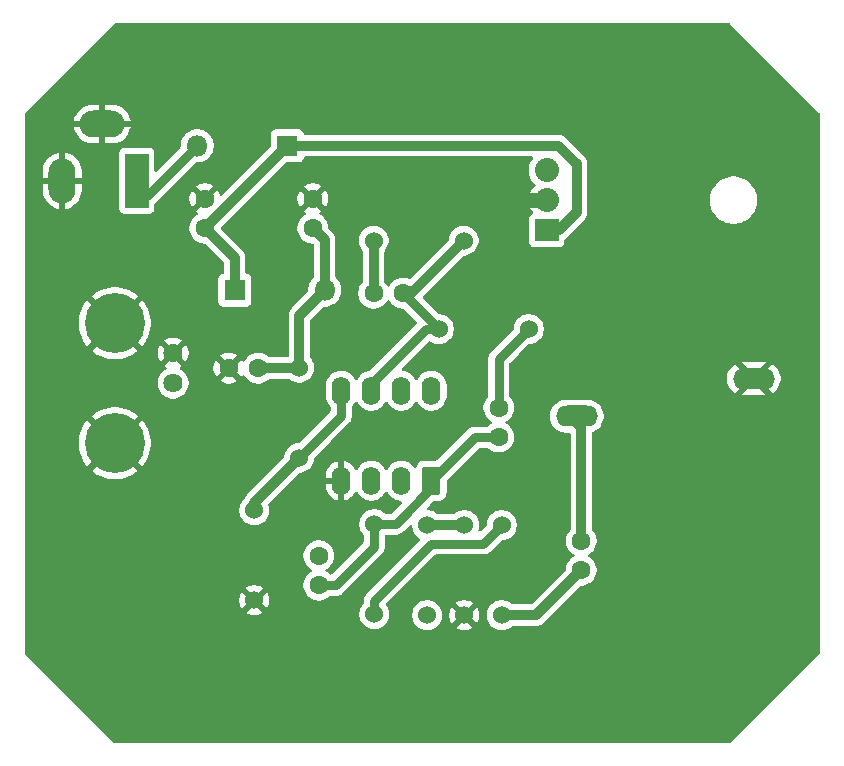
<source format=gbr>
%TF.GenerationSoftware,KiCad,Pcbnew,9.0.6*%
%TF.CreationDate,2026-02-26T15:07:21-08:00*%
%TF.ProjectId,mic_preamp_v1,6d69635f-7072-4656-916d-705f76312e6b,rev?*%
%TF.SameCoordinates,Original*%
%TF.FileFunction,Copper,L2,Bot*%
%TF.FilePolarity,Positive*%
%FSLAX46Y46*%
G04 Gerber Fmt 4.6, Leading zero omitted, Abs format (unit mm)*
G04 Created by KiCad (PCBNEW 9.0.6) date 2026-02-26 15:07:21*
%MOMM*%
%LPD*%
G01*
G04 APERTURE LIST*
G04 Aperture macros list*
%AMRoundRect*
0 Rectangle with rounded corners*
0 $1 Rounding radius*
0 $2 $3 $4 $5 $6 $7 $8 $9 X,Y pos of 4 corners*
0 Add a 4 corners polygon primitive as box body*
4,1,4,$2,$3,$4,$5,$6,$7,$8,$9,$2,$3,0*
0 Add four circle primitives for the rounded corners*
1,1,$1+$1,$2,$3*
1,1,$1+$1,$4,$5*
1,1,$1+$1,$6,$7*
1,1,$1+$1,$8,$9*
0 Add four rect primitives between the rounded corners*
20,1,$1+$1,$2,$3,$4,$5,0*
20,1,$1+$1,$4,$5,$6,$7,0*
20,1,$1+$1,$6,$7,$8,$9,0*
20,1,$1+$1,$8,$9,$2,$3,0*%
G04 Aperture macros list end*
%TA.AperFunction,ComponentPad*%
%ADD10C,1.625600*%
%TD*%
%TA.AperFunction,ComponentPad*%
%ADD11C,5.080000*%
%TD*%
%TA.AperFunction,ComponentPad*%
%ADD12O,3.556000X1.778000*%
%TD*%
%TA.AperFunction,ComponentPad*%
%ADD13C,1.600000*%
%TD*%
%TA.AperFunction,ComponentPad*%
%ADD14C,1.524000*%
%TD*%
%TA.AperFunction,ComponentPad*%
%ADD15R,2.000000X1.905000*%
%TD*%
%TA.AperFunction,ComponentPad*%
%ADD16C,2.032000*%
%TD*%
%TA.AperFunction,ComponentPad*%
%ADD17R,2.000000X4.600000*%
%TD*%
%TA.AperFunction,ComponentPad*%
%ADD18O,2.286000X3.810000*%
%TD*%
%TA.AperFunction,ComponentPad*%
%ADD19O,3.810000X2.286000*%
%TD*%
%TA.AperFunction,ComponentPad*%
%ADD20R,1.800000X1.800000*%
%TD*%
%TA.AperFunction,ComponentPad*%
%ADD21O,1.800000X1.800000*%
%TD*%
%TA.AperFunction,ComponentPad*%
%ADD22RoundRect,0.250000X0.550000X-0.950000X0.550000X0.950000X-0.550000X0.950000X-0.550000X-0.950000X0*%
%TD*%
%TA.AperFunction,ComponentPad*%
%ADD23O,1.600000X2.400000*%
%TD*%
%TA.AperFunction,Conductor*%
%ADD24C,0.787400*%
%TD*%
%TA.AperFunction,Conductor*%
%ADD25C,0.812800*%
%TD*%
G04 APERTURE END LIST*
D10*
%TO.P,J3,1,In*%
%TO.N,Net-(J3-In)*%
X134988300Y-96520000D03*
D11*
%TO.P,J3,2,Ext*%
%TO.N,GND*%
X130048000Y-91440000D03*
X130048000Y-101600000D03*
D10*
X134988300Y-93980000D03*
%TD*%
D12*
%TO.P,J1,S*%
%TO.N,GND*%
X184150000Y-96139000D03*
%TO.P,J1,T*%
%TO.N,Net-(C4-Pad2)*%
X169164000Y-99314000D03*
%TD*%
D13*
%TO.P,C5,1*%
%TO.N,Net-(U1A--)*%
X147320000Y-111127605D03*
%TO.P,C5,2*%
%TO.N,Net-(C1-Pad2)*%
X147320000Y-113627605D03*
%TD*%
D14*
%TO.P,R3,1*%
%TO.N,+5V*%
X156489000Y-116167605D03*
%TO.P,R3,2*%
%TO.N,Net-(U1A-+)*%
X156489000Y-108547605D03*
%TD*%
%TO.P,R8,1*%
%TO.N,GND*%
X141859000Y-114897605D03*
%TO.P,R8,2*%
%TO.N,Net-(U1B-+)*%
X141859000Y-107277605D03*
%TD*%
D15*
%TO.P,U2,1,IN*%
%TO.N,Net-(D1-K)*%
X166624000Y-83566000D03*
D16*
%TO.P,U2,2,GND*%
%TO.N,GND*%
X166624000Y-81026000D03*
%TO.P,U2,3,OUT*%
%TO.N,+5V*%
X166624000Y-78486000D03*
%TD*%
D14*
%TO.P,R1,1*%
%TO.N,Net-(C4-Pad1)*%
X162814000Y-116167605D03*
%TO.P,R1,2*%
%TO.N,Net-(U1A--)*%
X162814000Y-108547605D03*
%TD*%
%TO.P,R5,1*%
%TO.N,Net-(U1B--)*%
X157480000Y-91948000D03*
%TO.P,R5,2*%
%TO.N,Net-(C1-Pad1)*%
X165100000Y-91948000D03*
%TD*%
D17*
%TO.P,J2,1*%
%TO.N,Net-(D1-A)*%
X131903000Y-79375000D03*
D18*
%TO.P,J2,2*%
%TO.N,GND*%
X125603000Y-79375000D03*
D19*
%TO.P,J2,3*%
X129003000Y-74575000D03*
%TD*%
D14*
%TO.P,R2,1*%
%TO.N,Net-(C1-Pad2)*%
X152019000Y-108458000D03*
%TO.P,R2,2*%
%TO.N,Net-(U1A--)*%
X152019000Y-116078000D03*
%TD*%
D13*
%TO.P,C6,1*%
%TO.N,+5V*%
X146812000Y-83401605D03*
%TO.P,C6,2*%
%TO.N,GND*%
X146812000Y-80901605D03*
%TD*%
D20*
%TO.P,D2,1,K*%
%TO.N,Net-(D1-K)*%
X140208000Y-88646000D03*
D21*
%TO.P,D2,2,A*%
%TO.N,+5V*%
X147828000Y-88646000D03*
%TD*%
D14*
%TO.P,R6,1*%
%TO.N,Net-(J3-In)*%
X151964000Y-84457605D03*
%TO.P,R6,2*%
%TO.N,Net-(U1B--)*%
X159584000Y-84457605D03*
%TD*%
D13*
%TO.P,C2,1*%
%TO.N,Net-(D1-K)*%
X137668000Y-83401605D03*
%TO.P,C2,2*%
%TO.N,GND*%
X137668000Y-80901605D03*
%TD*%
%TO.P,C7,1*%
%TO.N,Net-(U1B--)*%
X154464000Y-88902605D03*
%TO.P,C7,2*%
%TO.N,Net-(J3-In)*%
X151964000Y-88902605D03*
%TD*%
%TO.P,C3,1*%
%TO.N,+5V*%
X142200000Y-95257735D03*
%TO.P,C3,2*%
%TO.N,GND*%
X139700000Y-95257735D03*
%TD*%
D22*
%TO.P,U1,1*%
%TO.N,Net-(C1-Pad2)*%
X156845000Y-104775000D03*
D23*
%TO.P,U1,2,-*%
%TO.N,Net-(U1A--)*%
X154305000Y-104775000D03*
%TO.P,U1,3,+*%
%TO.N,Net-(U1A-+)*%
X151765000Y-104775000D03*
%TO.P,U1,4,V-*%
%TO.N,GND*%
X149225000Y-104775000D03*
%TO.P,U1,5,+*%
%TO.N,Net-(U1B-+)*%
X149225000Y-97155000D03*
%TO.P,U1,6,-*%
%TO.N,Net-(U1B--)*%
X151765000Y-97155000D03*
%TO.P,U1,7*%
%TO.N,Net-(J3-In)*%
X154305000Y-97155000D03*
%TO.P,U1,8,V+*%
%TO.N,+5V*%
X156845000Y-97155000D03*
%TD*%
D20*
%TO.P,D1,1,K*%
%TO.N,Net-(D1-K)*%
X144653000Y-76416605D03*
D21*
%TO.P,D1,2,A*%
%TO.N,Net-(D1-A)*%
X137033000Y-76416605D03*
%TD*%
D14*
%TO.P,R4,1*%
%TO.N,GND*%
X159639000Y-116167605D03*
%TO.P,R4,2*%
%TO.N,Net-(U1A-+)*%
X159639000Y-108547605D03*
%TD*%
D13*
%TO.P,C1,1*%
%TO.N,Net-(C1-Pad1)*%
X162560000Y-98592000D03*
%TO.P,C1,2*%
%TO.N,Net-(C1-Pad2)*%
X162560000Y-101092000D03*
%TD*%
D14*
%TO.P,R7,1*%
%TO.N,+5V*%
X145669000Y-95212605D03*
%TO.P,R7,2*%
%TO.N,Net-(U1B-+)*%
X145669000Y-102832605D03*
%TD*%
D13*
%TO.P,C4,1*%
%TO.N,Net-(C4-Pad1)*%
X169545000Y-112357605D03*
%TO.P,C4,2*%
%TO.N,Net-(C4-Pad2)*%
X169545000Y-109857605D03*
%TD*%
D24*
%TO.N,Net-(C1-Pad2)*%
X148754395Y-113627605D02*
X152019000Y-110363000D01*
X156845000Y-105434235D02*
X156845000Y-104775000D01*
X162560000Y-101092000D02*
X160528000Y-101092000D01*
X152019000Y-108458000D02*
X153821235Y-108458000D01*
X160528000Y-101092000D02*
X156845000Y-104775000D01*
X147320000Y-113627605D02*
X148754395Y-113627605D01*
X153821235Y-108458000D02*
X156845000Y-105434235D01*
X152019000Y-110363000D02*
X152019000Y-108458000D01*
%TO.N,Net-(C1-Pad1)*%
X162560000Y-94488000D02*
X165100000Y-91948000D01*
X162560000Y-98592000D02*
X162560000Y-94488000D01*
D25*
%TO.N,Net-(D1-K)*%
X144653000Y-76416605D02*
X167602605Y-76416605D01*
X167602605Y-76416605D02*
X169164000Y-77978000D01*
X169164000Y-82042000D02*
X167640000Y-83566000D01*
X167640000Y-83566000D02*
X166624000Y-83566000D01*
X140208000Y-88646000D02*
X140208000Y-85941605D01*
X137668000Y-83401605D02*
X144653000Y-76416605D01*
X169164000Y-77978000D02*
X169164000Y-82042000D01*
X140208000Y-85941605D02*
X137668000Y-83401605D01*
%TO.N,+5V*%
X145623870Y-95257735D02*
X145669000Y-95212605D01*
X147828000Y-84417605D02*
X146812000Y-83401605D01*
X147828000Y-88646000D02*
X147828000Y-84417605D01*
X145669000Y-95212605D02*
X145669000Y-90805000D01*
X145669000Y-90805000D02*
X147828000Y-88646000D01*
X142200000Y-95257735D02*
X145623870Y-95257735D01*
%TO.N,Net-(C4-Pad1)*%
X162814000Y-116167605D02*
X165735000Y-116167605D01*
X165735000Y-116167605D02*
X169545000Y-112357605D01*
%TO.N,Net-(C4-Pad2)*%
X169545000Y-100315500D02*
X169164000Y-99934500D01*
X169545000Y-109857605D02*
X169545000Y-100315500D01*
D24*
%TO.N,Net-(U1A--)*%
X156843295Y-110110705D02*
X152019000Y-114935000D01*
X162814000Y-108547605D02*
X161250900Y-110110705D01*
X161250900Y-110110705D02*
X156843295Y-110110705D01*
X152019000Y-114935000D02*
X152019000Y-116078000D01*
%TO.N,Net-(U1B--)*%
X151765000Y-96585370D02*
X151765000Y-97155000D01*
X157480000Y-91948000D02*
X156402370Y-91948000D01*
X157480000Y-91948000D02*
X157480000Y-91918605D01*
X157480000Y-91918605D02*
X154464000Y-88902605D01*
X156402370Y-91948000D02*
X151765000Y-96585370D01*
D25*
X154464000Y-88902605D02*
X155139000Y-88902605D01*
X155139000Y-88902605D02*
X159584000Y-84457605D01*
%TO.N,Net-(J3-In)*%
X151964000Y-84457605D02*
X151964000Y-88902605D01*
D24*
%TO.N,Net-(D1-A)*%
X132804605Y-80645000D02*
X137033000Y-76416605D01*
X131903000Y-80645000D02*
X132804605Y-80645000D01*
D25*
%TO.N,Net-(U1A-+)*%
X156489000Y-108547605D02*
X159639000Y-108547605D01*
%TO.N,Net-(U1B-+)*%
X141859000Y-106642605D02*
X145669000Y-102832605D01*
X141859000Y-107277605D02*
X141859000Y-106642605D01*
D24*
X149225000Y-97155000D02*
X149225000Y-99276605D01*
X149225000Y-99276605D02*
X145669000Y-102832605D01*
%TD*%
%TA.AperFunction,Conductor*%
%TO.N,GND*%
G36*
X182133470Y-66060185D02*
G01*
X182154112Y-66076819D01*
X189701181Y-73623888D01*
X189734666Y-73685211D01*
X189737500Y-73711569D01*
X189737500Y-119328427D01*
X189717815Y-119395466D01*
X189701180Y-119416110D01*
X182153838Y-126963183D01*
X182092514Y-126996667D01*
X182066158Y-126999500D01*
X130099569Y-126999500D01*
X130032530Y-126979815D01*
X130011888Y-126963181D01*
X122464819Y-119416112D01*
X122431334Y-119354789D01*
X122428500Y-119328431D01*
X122428500Y-114798283D01*
X140597000Y-114798283D01*
X140597000Y-114996926D01*
X140628075Y-115193125D01*
X140628075Y-115193128D01*
X140689457Y-115382042D01*
X140779641Y-115559037D01*
X140806730Y-115596320D01*
X140806731Y-115596321D01*
X141465300Y-114937752D01*
X141465300Y-114949437D01*
X141492130Y-115049567D01*
X141543962Y-115139342D01*
X141617263Y-115212643D01*
X141707038Y-115264475D01*
X141807168Y-115291305D01*
X141818853Y-115291305D01*
X141160283Y-115949873D01*
X141160283Y-115949874D01*
X141197567Y-115976963D01*
X141374562Y-116067147D01*
X141563477Y-116128529D01*
X141759679Y-116159605D01*
X141958321Y-116159605D01*
X142154520Y-116128529D01*
X142154523Y-116128529D01*
X142343437Y-116067147D01*
X142520425Y-115976967D01*
X142557716Y-115949873D01*
X141899148Y-115291305D01*
X141910832Y-115291305D01*
X142010962Y-115264475D01*
X142100737Y-115212643D01*
X142174038Y-115139342D01*
X142225870Y-115049567D01*
X142252700Y-114949437D01*
X142252700Y-114937752D01*
X142911268Y-115596320D01*
X142938362Y-115559030D01*
X143028542Y-115382042D01*
X143089924Y-115193128D01*
X143089924Y-115193125D01*
X143121000Y-114996926D01*
X143121000Y-114798283D01*
X143089924Y-114602084D01*
X143089924Y-114602081D01*
X143028542Y-114413167D01*
X142938358Y-114236172D01*
X142911268Y-114198888D01*
X142252700Y-114857456D01*
X142252700Y-114845773D01*
X142225870Y-114745643D01*
X142174038Y-114655868D01*
X142100737Y-114582567D01*
X142010962Y-114530735D01*
X141910832Y-114503905D01*
X141899147Y-114503905D01*
X142557716Y-113845336D01*
X142557715Y-113845335D01*
X142520432Y-113818246D01*
X142343437Y-113728062D01*
X142154522Y-113666680D01*
X141958321Y-113635605D01*
X141759679Y-113635605D01*
X141563479Y-113666680D01*
X141563476Y-113666680D01*
X141374562Y-113728062D01*
X141197564Y-113818248D01*
X141160283Y-113845334D01*
X141160282Y-113845335D01*
X141818854Y-114503905D01*
X141807168Y-114503905D01*
X141707038Y-114530735D01*
X141617263Y-114582567D01*
X141543962Y-114655868D01*
X141492130Y-114745643D01*
X141465300Y-114845773D01*
X141465300Y-114857457D01*
X140806730Y-114198887D01*
X140806729Y-114198888D01*
X140779643Y-114236169D01*
X140689457Y-114413167D01*
X140628075Y-114602081D01*
X140628075Y-114602084D01*
X140597000Y-114798283D01*
X122428500Y-114798283D01*
X122428500Y-111025253D01*
X146019500Y-111025253D01*
X146019500Y-111229956D01*
X146051522Y-111432139D01*
X146114781Y-111626828D01*
X146207715Y-111809218D01*
X146328028Y-111974818D01*
X146472786Y-112119576D01*
X146638388Y-112239891D01*
X146691828Y-112267121D01*
X146742623Y-112315095D01*
X146759418Y-112382917D01*
X146736880Y-112449051D01*
X146691828Y-112488089D01*
X146638388Y-112515318D01*
X146472786Y-112635633D01*
X146328028Y-112780391D01*
X146207715Y-112945991D01*
X146114781Y-113128381D01*
X146051522Y-113323070D01*
X146019500Y-113525253D01*
X146019500Y-113729956D01*
X146051522Y-113932139D01*
X146114781Y-114126828D01*
X146207715Y-114309218D01*
X146328028Y-114474818D01*
X146472786Y-114619576D01*
X146627749Y-114732161D01*
X146638390Y-114739892D01*
X146752989Y-114798283D01*
X146820776Y-114832823D01*
X146820778Y-114832823D01*
X146820781Y-114832825D01*
X146864189Y-114846929D01*
X147015465Y-114896082D01*
X147116557Y-114912093D01*
X147217648Y-114928105D01*
X147217649Y-114928105D01*
X147422351Y-114928105D01*
X147422352Y-114928105D01*
X147624534Y-114896082D01*
X147819219Y-114832825D01*
X148001610Y-114739892D01*
X148117260Y-114655868D01*
X148167213Y-114619576D01*
X148167220Y-114619570D01*
X148228666Y-114558124D01*
X148289989Y-114524639D01*
X148316347Y-114521805D01*
X148842468Y-114521805D01*
X148851665Y-114519975D01*
X148928845Y-114504623D01*
X149015224Y-114487442D01*
X149062887Y-114467699D01*
X149177958Y-114420036D01*
X149260352Y-114364981D01*
X149324414Y-114322176D01*
X149448966Y-114197624D01*
X149448966Y-114197622D01*
X149459174Y-114187415D01*
X149459175Y-114187412D01*
X152713571Y-110933019D01*
X152811431Y-110786562D01*
X152878837Y-110623828D01*
X152913200Y-110451071D01*
X152913200Y-110274928D01*
X152913200Y-109476200D01*
X152932885Y-109409161D01*
X152985689Y-109363406D01*
X153037200Y-109352200D01*
X153909308Y-109352200D01*
X153924162Y-109349245D01*
X153995685Y-109335018D01*
X154082064Y-109317837D01*
X154129727Y-109298094D01*
X154244798Y-109250431D01*
X154318026Y-109201500D01*
X154391254Y-109152571D01*
X154515806Y-109028019D01*
X154515806Y-109028017D01*
X154526014Y-109017810D01*
X154526016Y-109017807D01*
X155014819Y-108529004D01*
X155076142Y-108495519D01*
X155145834Y-108500503D01*
X155201767Y-108542375D01*
X155226184Y-108607839D01*
X155226500Y-108616685D01*
X155226500Y-108646965D01*
X155257587Y-108843242D01*
X155318993Y-109032234D01*
X155318994Y-109032237D01*
X155392244Y-109175995D01*
X155409213Y-109209299D01*
X155526019Y-109370069D01*
X155666536Y-109510586D01*
X155827306Y-109627392D01*
X155827308Y-109627393D01*
X155830724Y-109629134D01*
X155881519Y-109677109D01*
X155898314Y-109744930D01*
X155875776Y-109811065D01*
X155862109Y-109827299D01*
X152484592Y-113204818D01*
X151448983Y-114240427D01*
X151448981Y-114240429D01*
X151380195Y-114309215D01*
X151324429Y-114364981D01*
X151324425Y-114364985D01*
X151287493Y-114420258D01*
X151287487Y-114420267D01*
X151283913Y-114425618D01*
X151226569Y-114511437D01*
X151181779Y-114619571D01*
X151179581Y-114624877D01*
X151179577Y-114624885D01*
X151159165Y-114674164D01*
X151159161Y-114674178D01*
X151124800Y-114846924D01*
X151124800Y-115135393D01*
X151105115Y-115202432D01*
X151088481Y-115223074D01*
X151056021Y-115255533D01*
X150939213Y-115416305D01*
X150848994Y-115593367D01*
X150848993Y-115593370D01*
X150787587Y-115782362D01*
X150756500Y-115978639D01*
X150756500Y-116177360D01*
X150787587Y-116373637D01*
X150848993Y-116562629D01*
X150848994Y-116562632D01*
X150894651Y-116652237D01*
X150939213Y-116739694D01*
X151056019Y-116900464D01*
X151196536Y-117040981D01*
X151357306Y-117157787D01*
X151444149Y-117202035D01*
X151534367Y-117248005D01*
X151534370Y-117248006D01*
X151628866Y-117278709D01*
X151723364Y-117309413D01*
X151919639Y-117340500D01*
X151919640Y-117340500D01*
X152118360Y-117340500D01*
X152118361Y-117340500D01*
X152314636Y-117309413D01*
X152503632Y-117248005D01*
X152680694Y-117157787D01*
X152841464Y-117040981D01*
X152981981Y-116900464D01*
X153098787Y-116739694D01*
X153189005Y-116562632D01*
X153250413Y-116373636D01*
X153281500Y-116177361D01*
X153281500Y-116068244D01*
X155226500Y-116068244D01*
X155226500Y-116266965D01*
X155257587Y-116463242D01*
X155318993Y-116652234D01*
X155318994Y-116652237D01*
X155409076Y-116829030D01*
X155409213Y-116829299D01*
X155526019Y-116990069D01*
X155666536Y-117130586D01*
X155827306Y-117247392D01*
X155914149Y-117291640D01*
X156004367Y-117337610D01*
X156004370Y-117337611D01*
X156098866Y-117368314D01*
X156193364Y-117399018D01*
X156389639Y-117430105D01*
X156389640Y-117430105D01*
X156588360Y-117430105D01*
X156588361Y-117430105D01*
X156784636Y-117399018D01*
X156973632Y-117337610D01*
X157150694Y-117247392D01*
X157311464Y-117130586D01*
X157451981Y-116990069D01*
X157568787Y-116829299D01*
X157659005Y-116652237D01*
X157720413Y-116463241D01*
X157751500Y-116266966D01*
X157751500Y-116068283D01*
X158377000Y-116068283D01*
X158377000Y-116266926D01*
X158408075Y-116463125D01*
X158408075Y-116463128D01*
X158469457Y-116652042D01*
X158559641Y-116829037D01*
X158586730Y-116866320D01*
X158586731Y-116866321D01*
X159245300Y-116207752D01*
X159245300Y-116219437D01*
X159272130Y-116319567D01*
X159323962Y-116409342D01*
X159397263Y-116482643D01*
X159487038Y-116534475D01*
X159587168Y-116561305D01*
X159598853Y-116561305D01*
X158940283Y-117219873D01*
X158940283Y-117219874D01*
X158977567Y-117246963D01*
X159154562Y-117337147D01*
X159343477Y-117398529D01*
X159539679Y-117429605D01*
X159738321Y-117429605D01*
X159934520Y-117398529D01*
X159934523Y-117398529D01*
X160123437Y-117337147D01*
X160300425Y-117246967D01*
X160337716Y-117219873D01*
X159679148Y-116561305D01*
X159690832Y-116561305D01*
X159790962Y-116534475D01*
X159880737Y-116482643D01*
X159954038Y-116409342D01*
X160005870Y-116319567D01*
X160032700Y-116219437D01*
X160032700Y-116207752D01*
X160691268Y-116866320D01*
X160718362Y-116829030D01*
X160808542Y-116652042D01*
X160869924Y-116463128D01*
X160869924Y-116463125D01*
X160901000Y-116266926D01*
X160901000Y-116068283D01*
X160900994Y-116068244D01*
X161551500Y-116068244D01*
X161551500Y-116266965D01*
X161582587Y-116463242D01*
X161643993Y-116652234D01*
X161643994Y-116652237D01*
X161734076Y-116829030D01*
X161734213Y-116829299D01*
X161851019Y-116990069D01*
X161991536Y-117130586D01*
X162152306Y-117247392D01*
X162239149Y-117291640D01*
X162329367Y-117337610D01*
X162329370Y-117337611D01*
X162423866Y-117368314D01*
X162518364Y-117399018D01*
X162714639Y-117430105D01*
X162714640Y-117430105D01*
X162913360Y-117430105D01*
X162913361Y-117430105D01*
X163109636Y-117399018D01*
X163298632Y-117337610D01*
X163475694Y-117247392D01*
X163636464Y-117130586D01*
X163656226Y-117110824D01*
X163717549Y-117077339D01*
X163743907Y-117074505D01*
X165824324Y-117074505D01*
X165942198Y-117051057D01*
X165999533Y-117039653D01*
X166164578Y-116971289D01*
X166313115Y-116872040D01*
X169490732Y-113694424D01*
X169552055Y-113660939D01*
X169578413Y-113658105D01*
X169647351Y-113658105D01*
X169647352Y-113658105D01*
X169849534Y-113626082D01*
X170044219Y-113562825D01*
X170226610Y-113469892D01*
X170319590Y-113402337D01*
X170392213Y-113349576D01*
X170392215Y-113349573D01*
X170392219Y-113349571D01*
X170536966Y-113204824D01*
X170536968Y-113204820D01*
X170536971Y-113204818D01*
X170592505Y-113128381D01*
X170657287Y-113039215D01*
X170750220Y-112856824D01*
X170813477Y-112662139D01*
X170845500Y-112459957D01*
X170845500Y-112255253D01*
X170813477Y-112053071D01*
X170750220Y-111858386D01*
X170750218Y-111858383D01*
X170750218Y-111858381D01*
X170716503Y-111792212D01*
X170657287Y-111675995D01*
X170649556Y-111665354D01*
X170536971Y-111510391D01*
X170392213Y-111365633D01*
X170226613Y-111245320D01*
X170226612Y-111245319D01*
X170226610Y-111245318D01*
X170173171Y-111218089D01*
X170122376Y-111170115D01*
X170105581Y-111102294D01*
X170128118Y-111036159D01*
X170173172Y-110997120D01*
X170226610Y-110969892D01*
X170319590Y-110902337D01*
X170392213Y-110849576D01*
X170392219Y-110849571D01*
X170455235Y-110786555D01*
X170536966Y-110704824D01*
X170536968Y-110704820D01*
X170536971Y-110704818D01*
X170595812Y-110623829D01*
X170657287Y-110539215D01*
X170750220Y-110356824D01*
X170813477Y-110162139D01*
X170845500Y-109959957D01*
X170845500Y-109755253D01*
X170825249Y-109627393D01*
X170813477Y-109553070D01*
X170755374Y-109374249D01*
X170750220Y-109358386D01*
X170750218Y-109358383D01*
X170750218Y-109358381D01*
X170695214Y-109250431D01*
X170657287Y-109175995D01*
X170640269Y-109152571D01*
X170536971Y-109010391D01*
X170488219Y-108961639D01*
X170454734Y-108900316D01*
X170451900Y-108873958D01*
X170451900Y-100735488D01*
X170471585Y-100668449D01*
X170524389Y-100622694D01*
X170537572Y-100617559D01*
X170586383Y-100601701D01*
X170781257Y-100502407D01*
X170880601Y-100430229D01*
X170958193Y-100373857D01*
X170958195Y-100373854D01*
X170958199Y-100373852D01*
X171112852Y-100219199D01*
X171112854Y-100219195D01*
X171112857Y-100219193D01*
X171179707Y-100127180D01*
X171241407Y-100042257D01*
X171340701Y-99847383D01*
X171408286Y-99639375D01*
X171439989Y-99439213D01*
X171442500Y-99423361D01*
X171442500Y-99204638D01*
X171422595Y-99078971D01*
X171408286Y-98988625D01*
X171365032Y-98855500D01*
X171340702Y-98780619D01*
X171340701Y-98780616D01*
X171296746Y-98694351D01*
X171241407Y-98585743D01*
X171179101Y-98499985D01*
X171112857Y-98408806D01*
X170958193Y-98254142D01*
X170781260Y-98125595D01*
X170781259Y-98125594D01*
X170781257Y-98125593D01*
X170716860Y-98092781D01*
X170586383Y-98026298D01*
X170586380Y-98026297D01*
X170378376Y-97958714D01*
X170162361Y-97924500D01*
X170162356Y-97924500D01*
X168165644Y-97924500D01*
X168165639Y-97924500D01*
X167949623Y-97958714D01*
X167741619Y-98026297D01*
X167741616Y-98026298D01*
X167546739Y-98125595D01*
X167369806Y-98254142D01*
X167215142Y-98408806D01*
X167086595Y-98585739D01*
X166987298Y-98780616D01*
X166987297Y-98780619D01*
X166919714Y-98988623D01*
X166885500Y-99204638D01*
X166885500Y-99423361D01*
X166919714Y-99639376D01*
X166987297Y-99847380D01*
X166987298Y-99847383D01*
X167086595Y-100042260D01*
X167215142Y-100219193D01*
X167369806Y-100373857D01*
X167484245Y-100457000D01*
X167546743Y-100502407D01*
X167674132Y-100567315D01*
X167741616Y-100601701D01*
X167741619Y-100601702D01*
X167845621Y-100635493D01*
X167949625Y-100669286D01*
X168049672Y-100685132D01*
X168165639Y-100703500D01*
X168165644Y-100703500D01*
X168514100Y-100703500D01*
X168581139Y-100723185D01*
X168626894Y-100775989D01*
X168638100Y-100827500D01*
X168638100Y-108873958D01*
X168618415Y-108940997D01*
X168601781Y-108961639D01*
X168553032Y-109010387D01*
X168553028Y-109010391D01*
X168432715Y-109175991D01*
X168339781Y-109358381D01*
X168276522Y-109553070D01*
X168244500Y-109755253D01*
X168244500Y-109959956D01*
X168276522Y-110162139D01*
X168339781Y-110356828D01*
X168432715Y-110539218D01*
X168553028Y-110704818D01*
X168697786Y-110849576D01*
X168863388Y-110969891D01*
X168916828Y-110997121D01*
X168967623Y-111045095D01*
X168984418Y-111112917D01*
X168961880Y-111179051D01*
X168916828Y-111218089D01*
X168863388Y-111245318D01*
X168697786Y-111365633D01*
X168553028Y-111510391D01*
X168432715Y-111675991D01*
X168339781Y-111858381D01*
X168276522Y-112053070D01*
X168244500Y-112255253D01*
X168244500Y-112324192D01*
X168224815Y-112391231D01*
X168208181Y-112411873D01*
X165395669Y-115224386D01*
X165334346Y-115257871D01*
X165307988Y-115260705D01*
X163743907Y-115260705D01*
X163676868Y-115241020D01*
X163656226Y-115224386D01*
X163636466Y-115204626D01*
X163636464Y-115204624D01*
X163475694Y-115087818D01*
X163400623Y-115049567D01*
X163298632Y-114997599D01*
X163298629Y-114997598D01*
X163109637Y-114936192D01*
X163011498Y-114920648D01*
X162913361Y-114905105D01*
X162714639Y-114905105D01*
X162649214Y-114915467D01*
X162518362Y-114936192D01*
X162329370Y-114997598D01*
X162329367Y-114997599D01*
X162152305Y-115087818D01*
X161991533Y-115204626D01*
X161851021Y-115345138D01*
X161734213Y-115505910D01*
X161643994Y-115682972D01*
X161643993Y-115682975D01*
X161582587Y-115871967D01*
X161551500Y-116068244D01*
X160900994Y-116068244D01*
X160869924Y-115872084D01*
X160869924Y-115872081D01*
X160808542Y-115683167D01*
X160718358Y-115506172D01*
X160691268Y-115468888D01*
X160032700Y-116127456D01*
X160032700Y-116115773D01*
X160005870Y-116015643D01*
X159954038Y-115925868D01*
X159880737Y-115852567D01*
X159790962Y-115800735D01*
X159690832Y-115773905D01*
X159679147Y-115773905D01*
X160337716Y-115115336D01*
X160337715Y-115115335D01*
X160300432Y-115088246D01*
X160123437Y-114998062D01*
X159934522Y-114936680D01*
X159738321Y-114905605D01*
X159539679Y-114905605D01*
X159343479Y-114936680D01*
X159343476Y-114936680D01*
X159154562Y-114998062D01*
X158977564Y-115088248D01*
X158940283Y-115115334D01*
X158940282Y-115115335D01*
X159598854Y-115773905D01*
X159587168Y-115773905D01*
X159487038Y-115800735D01*
X159397263Y-115852567D01*
X159323962Y-115925868D01*
X159272130Y-116015643D01*
X159245300Y-116115773D01*
X159245300Y-116127457D01*
X158586730Y-115468887D01*
X158586729Y-115468888D01*
X158559643Y-115506169D01*
X158469457Y-115683167D01*
X158408075Y-115872081D01*
X158408075Y-115872084D01*
X158377000Y-116068283D01*
X157751500Y-116068283D01*
X157751500Y-116068244D01*
X157720413Y-115871969D01*
X157659005Y-115682973D01*
X157659005Y-115682972D01*
X157595856Y-115559037D01*
X157568787Y-115505911D01*
X157451981Y-115345141D01*
X157311464Y-115204624D01*
X157150694Y-115087818D01*
X157075623Y-115049567D01*
X156973632Y-114997599D01*
X156973629Y-114997598D01*
X156784637Y-114936192D01*
X156686498Y-114920648D01*
X156588361Y-114905105D01*
X156389639Y-114905105D01*
X156324214Y-114915467D01*
X156193362Y-114936192D01*
X156004370Y-114997598D01*
X156004367Y-114997599D01*
X155827305Y-115087818D01*
X155666533Y-115204626D01*
X155526021Y-115345138D01*
X155409213Y-115505910D01*
X155318994Y-115682972D01*
X155318993Y-115682975D01*
X155257587Y-115871967D01*
X155226500Y-116068244D01*
X153281500Y-116068244D01*
X153281500Y-115978639D01*
X153250413Y-115782364D01*
X153218119Y-115682972D01*
X153189006Y-115593370D01*
X153189005Y-115593367D01*
X153098786Y-115416305D01*
X153036264Y-115330250D01*
X153012785Y-115264447D01*
X153028610Y-115196393D01*
X153048898Y-115169690D01*
X157177366Y-111041224D01*
X157238689Y-111007739D01*
X157265047Y-111004905D01*
X161338973Y-111004905D01*
X161348170Y-111003075D01*
X161425350Y-110987723D01*
X161511729Y-110970542D01*
X161559392Y-110950799D01*
X161674463Y-110903136D01*
X161754627Y-110849571D01*
X161820919Y-110805276D01*
X161945471Y-110680724D01*
X161945472Y-110680722D01*
X161952538Y-110673656D01*
X161952540Y-110673652D01*
X162779770Y-109846424D01*
X162841093Y-109812939D01*
X162867451Y-109810105D01*
X162913360Y-109810105D01*
X162913361Y-109810105D01*
X163109636Y-109779018D01*
X163298632Y-109717610D01*
X163475694Y-109627392D01*
X163636464Y-109510586D01*
X163776981Y-109370069D01*
X163893787Y-109209299D01*
X163984005Y-109032237D01*
X163985376Y-109028019D01*
X163988693Y-109017810D01*
X164045413Y-108843241D01*
X164076500Y-108646966D01*
X164076500Y-108448244D01*
X164045413Y-108251969D01*
X163984005Y-108062973D01*
X163984005Y-108062972D01*
X163938035Y-107972754D01*
X163893787Y-107885911D01*
X163776981Y-107725141D01*
X163636464Y-107584624D01*
X163475694Y-107467818D01*
X163298632Y-107377599D01*
X163298629Y-107377598D01*
X163109637Y-107316192D01*
X163011498Y-107300648D01*
X162913361Y-107285105D01*
X162714639Y-107285105D01*
X162649214Y-107295467D01*
X162518362Y-107316192D01*
X162329370Y-107377598D01*
X162329367Y-107377599D01*
X162152305Y-107467818D01*
X161991533Y-107584626D01*
X161851021Y-107725138D01*
X161734213Y-107885910D01*
X161643994Y-108062972D01*
X161643993Y-108062975D01*
X161582587Y-108251967D01*
X161551500Y-108448244D01*
X161551500Y-108494154D01*
X161531815Y-108561193D01*
X161515181Y-108581835D01*
X161051117Y-109045898D01*
X160989794Y-109079383D01*
X160920102Y-109074399D01*
X160864169Y-109032527D01*
X160839752Y-108967063D01*
X160845504Y-108919902D01*
X160870413Y-108843241D01*
X160901500Y-108646966D01*
X160901500Y-108448244D01*
X160870413Y-108251969D01*
X160809005Y-108062973D01*
X160809005Y-108062972D01*
X160763035Y-107972754D01*
X160718787Y-107885911D01*
X160601981Y-107725141D01*
X160461464Y-107584624D01*
X160300694Y-107467818D01*
X160123632Y-107377599D01*
X160123629Y-107377598D01*
X159934637Y-107316192D01*
X159836498Y-107300648D01*
X159738361Y-107285105D01*
X159539639Y-107285105D01*
X159474214Y-107295467D01*
X159343362Y-107316192D01*
X159154370Y-107377598D01*
X159154367Y-107377599D01*
X158977305Y-107467818D01*
X158816533Y-107584626D01*
X158796774Y-107604386D01*
X158735451Y-107637871D01*
X158709093Y-107640705D01*
X157418907Y-107640705D01*
X157351868Y-107621020D01*
X157331226Y-107604386D01*
X157311466Y-107584626D01*
X157311464Y-107584624D01*
X157150694Y-107467818D01*
X156973632Y-107377599D01*
X156973629Y-107377598D01*
X156784637Y-107316192D01*
X156686498Y-107300648D01*
X156588361Y-107285105D01*
X156558080Y-107285105D01*
X156491041Y-107265420D01*
X156445286Y-107212616D01*
X156435342Y-107143458D01*
X156464367Y-107079902D01*
X156470399Y-107073424D01*
X156707132Y-106836692D01*
X157032006Y-106511818D01*
X157093329Y-106478333D01*
X157119687Y-106475499D01*
X157445002Y-106475499D01*
X157445008Y-106475499D01*
X157547797Y-106464999D01*
X157714334Y-106409814D01*
X157863656Y-106317712D01*
X157987712Y-106193656D01*
X158079814Y-106044334D01*
X158134999Y-105877797D01*
X158145500Y-105775009D01*
X158145499Y-104790449D01*
X158165183Y-104723411D01*
X158181813Y-104702774D01*
X160862071Y-102022519D01*
X160923394Y-101989034D01*
X160949752Y-101986200D01*
X161563653Y-101986200D01*
X161630692Y-102005885D01*
X161651334Y-102022519D01*
X161712786Y-102083971D01*
X161867749Y-102196556D01*
X161878390Y-102204287D01*
X161994607Y-102263503D01*
X162060776Y-102297218D01*
X162060778Y-102297218D01*
X162060781Y-102297220D01*
X162165137Y-102331127D01*
X162255465Y-102360477D01*
X162356557Y-102376488D01*
X162457648Y-102392500D01*
X162457649Y-102392500D01*
X162662351Y-102392500D01*
X162662352Y-102392500D01*
X162864534Y-102360477D01*
X163059219Y-102297220D01*
X163241610Y-102204287D01*
X163334590Y-102136732D01*
X163407213Y-102083971D01*
X163407215Y-102083968D01*
X163407219Y-102083966D01*
X163551966Y-101939219D01*
X163551968Y-101939215D01*
X163551971Y-101939213D01*
X163604732Y-101866590D01*
X163672287Y-101773610D01*
X163765220Y-101591219D01*
X163828477Y-101396534D01*
X163860500Y-101194352D01*
X163860500Y-100989648D01*
X163828477Y-100787466D01*
X163765220Y-100592781D01*
X163765218Y-100592778D01*
X163765218Y-100592776D01*
X163719172Y-100502407D01*
X163672287Y-100410390D01*
X163662870Y-100397428D01*
X163551971Y-100244786D01*
X163407213Y-100100028D01*
X163241613Y-99979715D01*
X163241612Y-99979714D01*
X163241610Y-99979713D01*
X163188171Y-99952484D01*
X163137376Y-99904510D01*
X163120581Y-99836689D01*
X163143118Y-99770554D01*
X163188172Y-99731515D01*
X163241610Y-99704287D01*
X163339059Y-99633487D01*
X163407213Y-99583971D01*
X163407215Y-99583968D01*
X163407219Y-99583966D01*
X163551966Y-99439219D01*
X163551968Y-99439215D01*
X163551971Y-99439213D01*
X163606124Y-99364676D01*
X163672287Y-99273610D01*
X163765220Y-99091219D01*
X163828477Y-98896534D01*
X163860500Y-98694352D01*
X163860500Y-98489648D01*
X163846652Y-98402217D01*
X163828477Y-98287465D01*
X163775881Y-98125593D01*
X163765220Y-98092781D01*
X163765218Y-98092778D01*
X163765218Y-98092776D01*
X163679476Y-97924500D01*
X163672287Y-97910390D01*
X163664556Y-97899749D01*
X163551971Y-97744786D01*
X163490519Y-97683334D01*
X163475815Y-97656406D01*
X163459223Y-97630588D01*
X163458331Y-97624387D01*
X163457034Y-97622011D01*
X163454200Y-97595653D01*
X163454200Y-96029683D01*
X181872000Y-96029683D01*
X181872000Y-96248316D01*
X181906202Y-96464259D01*
X181973761Y-96672188D01*
X181973762Y-96672191D01*
X182073023Y-96866998D01*
X182201524Y-97043866D01*
X182201528Y-97043871D01*
X182356128Y-97198471D01*
X182356133Y-97198475D01*
X182533001Y-97326976D01*
X182582995Y-97352450D01*
X182582997Y-97352450D01*
X183390048Y-96545400D01*
X184097152Y-96545400D01*
X183119628Y-97522923D01*
X183151679Y-97528000D01*
X185148316Y-97528000D01*
X185180370Y-97522923D01*
X185180371Y-97522923D01*
X184202848Y-96545400D01*
X184909952Y-96545400D01*
X185717001Y-97352450D01*
X185766996Y-97326977D01*
X185767005Y-97326971D01*
X185943866Y-97198475D01*
X185943871Y-97198471D01*
X186098471Y-97043871D01*
X186098475Y-97043866D01*
X186226976Y-96866998D01*
X186326237Y-96672191D01*
X186326238Y-96672188D01*
X186393797Y-96464259D01*
X186428000Y-96248316D01*
X186428000Y-96029683D01*
X186393797Y-95813740D01*
X186326238Y-95605811D01*
X186326237Y-95605808D01*
X186226976Y-95411001D01*
X186098475Y-95234133D01*
X186098471Y-95234128D01*
X185943871Y-95079528D01*
X185943866Y-95079524D01*
X185766998Y-94951022D01*
X185717003Y-94925548D01*
X185717001Y-94925548D01*
X184909950Y-95732600D01*
X184202849Y-95732600D01*
X185180370Y-94755076D01*
X185180370Y-94755075D01*
X185148318Y-94750000D01*
X183151682Y-94750000D01*
X183119628Y-94755075D01*
X183119628Y-94755076D01*
X184097152Y-95732600D01*
X183390049Y-95732600D01*
X182582996Y-94925548D01*
X182582995Y-94925548D01*
X182533008Y-94951019D01*
X182356126Y-95079530D01*
X182201528Y-95234128D01*
X182201524Y-95234133D01*
X182073023Y-95411001D01*
X181973762Y-95605808D01*
X181973761Y-95605811D01*
X181906202Y-95813740D01*
X181872000Y-96029683D01*
X163454200Y-96029683D01*
X163454200Y-94909751D01*
X163462844Y-94880310D01*
X163469368Y-94850324D01*
X163473122Y-94845308D01*
X163473885Y-94842712D01*
X163490519Y-94822070D01*
X163611245Y-94701344D01*
X164279086Y-94033504D01*
X165065771Y-93246819D01*
X165127094Y-93213334D01*
X165153452Y-93210500D01*
X165199360Y-93210500D01*
X165199361Y-93210500D01*
X165395636Y-93179413D01*
X165584632Y-93118005D01*
X165761694Y-93027787D01*
X165922464Y-92910981D01*
X166062981Y-92770464D01*
X166179787Y-92609694D01*
X166270005Y-92432632D01*
X166331413Y-92243636D01*
X166362500Y-92047361D01*
X166362500Y-91848639D01*
X166331413Y-91652364D01*
X166291641Y-91529956D01*
X166270006Y-91463370D01*
X166270005Y-91463367D01*
X166179786Y-91286305D01*
X166062981Y-91125536D01*
X165922464Y-90985019D01*
X165761694Y-90868213D01*
X165584632Y-90777994D01*
X165584629Y-90777993D01*
X165395637Y-90716587D01*
X165297498Y-90701043D01*
X165199361Y-90685500D01*
X165000639Y-90685500D01*
X164938221Y-90695386D01*
X164804362Y-90716587D01*
X164615370Y-90777993D01*
X164615367Y-90777994D01*
X164438305Y-90868213D01*
X164277533Y-90985021D01*
X164137021Y-91125533D01*
X164020213Y-91286305D01*
X163929994Y-91463367D01*
X163929993Y-91463370D01*
X163868587Y-91652362D01*
X163837500Y-91848639D01*
X163837500Y-91894548D01*
X163817815Y-91961587D01*
X163801181Y-91982229D01*
X161989983Y-93793427D01*
X161989981Y-93793429D01*
X161927705Y-93855705D01*
X161865429Y-93917980D01*
X161826379Y-93976423D01*
X161826376Y-93976427D01*
X161823193Y-93981192D01*
X161767569Y-94064437D01*
X161734014Y-94145448D01*
X161731547Y-94151402D01*
X161731544Y-94151409D01*
X161700163Y-94227170D01*
X161700161Y-94227178D01*
X161665800Y-94399924D01*
X161665800Y-97595653D01*
X161646115Y-97662692D01*
X161629481Y-97683334D01*
X161568032Y-97744782D01*
X161568028Y-97744786D01*
X161447715Y-97910386D01*
X161354781Y-98092776D01*
X161291522Y-98287465D01*
X161259500Y-98489648D01*
X161259500Y-98694351D01*
X161291522Y-98896534D01*
X161354781Y-99091223D01*
X161447715Y-99273613D01*
X161568028Y-99439213D01*
X161712786Y-99583971D01*
X161878388Y-99704286D01*
X161931828Y-99731516D01*
X161982623Y-99779490D01*
X161999418Y-99847312D01*
X161976880Y-99913446D01*
X161931828Y-99952484D01*
X161878388Y-99979713D01*
X161712786Y-100100028D01*
X161712782Y-100100032D01*
X161651334Y-100161481D01*
X161590011Y-100194966D01*
X161563653Y-100197800D01*
X160439924Y-100197800D01*
X160267178Y-100232161D01*
X160267170Y-100232163D01*
X160236709Y-100244781D01*
X160236708Y-100244781D01*
X160104444Y-100299565D01*
X160104431Y-100299572D01*
X159957981Y-100397428D01*
X159957977Y-100397431D01*
X157317228Y-103038181D01*
X157255905Y-103071666D01*
X157229547Y-103074500D01*
X156244998Y-103074500D01*
X156244980Y-103074501D01*
X156142203Y-103085000D01*
X156142200Y-103085001D01*
X155975668Y-103140185D01*
X155975663Y-103140187D01*
X155826342Y-103232289D01*
X155702289Y-103356342D01*
X155610187Y-103505663D01*
X155610186Y-103505666D01*
X155583045Y-103587571D01*
X155543271Y-103645016D01*
X155478755Y-103671838D01*
X155409979Y-103659522D01*
X155365021Y-103621452D01*
X155296966Y-103527781D01*
X155152219Y-103383034D01*
X155152213Y-103383028D01*
X154986613Y-103262715D01*
X154986612Y-103262714D01*
X154986610Y-103262713D01*
X154926898Y-103232288D01*
X154804223Y-103169781D01*
X154609534Y-103106522D01*
X154434995Y-103078878D01*
X154407352Y-103074500D01*
X154202648Y-103074500D01*
X154178329Y-103078351D01*
X154000465Y-103106522D01*
X153805776Y-103169781D01*
X153623386Y-103262715D01*
X153457786Y-103383028D01*
X153313028Y-103527786D01*
X153192715Y-103693386D01*
X153145485Y-103786080D01*
X153097510Y-103836876D01*
X153029689Y-103853671D01*
X152963554Y-103831134D01*
X152924515Y-103786080D01*
X152877419Y-103693650D01*
X152877287Y-103693390D01*
X152849447Y-103655071D01*
X152756971Y-103527786D01*
X152612213Y-103383028D01*
X152446613Y-103262715D01*
X152446612Y-103262714D01*
X152446610Y-103262713D01*
X152386898Y-103232288D01*
X152264223Y-103169781D01*
X152069534Y-103106522D01*
X151894995Y-103078878D01*
X151867352Y-103074500D01*
X151662648Y-103074500D01*
X151638329Y-103078351D01*
X151460465Y-103106522D01*
X151265776Y-103169781D01*
X151083386Y-103262715D01*
X150917786Y-103383028D01*
X150773028Y-103527786D01*
X150652713Y-103693388D01*
X150605203Y-103786630D01*
X150557228Y-103837426D01*
X150489407Y-103854220D01*
X150423272Y-103831682D01*
X150384234Y-103786628D01*
X150336861Y-103693652D01*
X150216582Y-103528105D01*
X150216582Y-103528104D01*
X150071895Y-103383417D01*
X149906349Y-103263140D01*
X149724029Y-103170244D01*
X149529413Y-103107009D01*
X149475000Y-103098390D01*
X149475000Y-104459314D01*
X149470606Y-104454920D01*
X149379394Y-104402259D01*
X149277661Y-104375000D01*
X149172339Y-104375000D01*
X149070606Y-104402259D01*
X148979394Y-104454920D01*
X148975000Y-104459314D01*
X148975000Y-103098390D01*
X148920586Y-103107009D01*
X148725970Y-103170244D01*
X148543650Y-103263140D01*
X148378105Y-103383417D01*
X148378104Y-103383417D01*
X148233417Y-103528104D01*
X148233417Y-103528105D01*
X148113140Y-103693650D01*
X148020244Y-103875968D01*
X147957009Y-104070582D01*
X147925000Y-104272682D01*
X147925000Y-104525000D01*
X148909314Y-104525000D01*
X148904920Y-104529394D01*
X148852259Y-104620606D01*
X148825000Y-104722339D01*
X148825000Y-104827661D01*
X148852259Y-104929394D01*
X148904920Y-105020606D01*
X148909314Y-105025000D01*
X147925000Y-105025000D01*
X147925000Y-105277317D01*
X147957009Y-105479417D01*
X148020244Y-105674031D01*
X148113140Y-105856349D01*
X148233417Y-106021894D01*
X148233417Y-106021895D01*
X148378104Y-106166582D01*
X148543650Y-106286859D01*
X148725968Y-106379754D01*
X148920578Y-106442988D01*
X148975000Y-106451607D01*
X148975000Y-105090686D01*
X148979394Y-105095080D01*
X149070606Y-105147741D01*
X149172339Y-105175000D01*
X149277661Y-105175000D01*
X149379394Y-105147741D01*
X149470606Y-105095080D01*
X149475000Y-105090686D01*
X149475000Y-106451606D01*
X149529421Y-106442988D01*
X149724031Y-106379754D01*
X149906349Y-106286859D01*
X150071894Y-106166582D01*
X150071895Y-106166582D01*
X150216582Y-106021895D01*
X150216582Y-106021894D01*
X150336861Y-105856347D01*
X150384234Y-105763371D01*
X150432208Y-105712575D01*
X150500028Y-105695779D01*
X150566164Y-105718316D01*
X150605203Y-105763369D01*
X150652713Y-105856611D01*
X150773028Y-106022213D01*
X150917786Y-106166971D01*
X151072749Y-106279556D01*
X151083390Y-106287287D01*
X151199607Y-106346503D01*
X151265776Y-106380218D01*
X151265778Y-106380218D01*
X151265781Y-106380220D01*
X151356856Y-106409812D01*
X151460465Y-106443477D01*
X151534083Y-106455137D01*
X151662648Y-106475500D01*
X151662649Y-106475500D01*
X151867351Y-106475500D01*
X151867352Y-106475500D01*
X152069534Y-106443477D01*
X152264219Y-106380220D01*
X152446610Y-106287287D01*
X152575482Y-106193657D01*
X152612213Y-106166971D01*
X152612215Y-106166968D01*
X152612219Y-106166966D01*
X152756966Y-106022219D01*
X152756968Y-106022215D01*
X152756971Y-106022213D01*
X152877284Y-105856614D01*
X152877286Y-105856611D01*
X152877287Y-105856610D01*
X152924516Y-105763917D01*
X152972489Y-105713123D01*
X153040310Y-105696328D01*
X153106445Y-105718865D01*
X153145483Y-105763917D01*
X153151139Y-105775016D01*
X153192715Y-105856614D01*
X153313028Y-106022213D01*
X153457786Y-106166971D01*
X153612749Y-106279556D01*
X153623390Y-106287287D01*
X153739607Y-106346503D01*
X153805776Y-106380218D01*
X153805778Y-106380218D01*
X153805781Y-106380220D01*
X153896856Y-106409812D01*
X154000465Y-106443477D01*
X154074083Y-106455137D01*
X154202648Y-106475500D01*
X154202649Y-106475500D01*
X154239783Y-106475500D01*
X154306822Y-106495185D01*
X154352577Y-106547989D01*
X154362521Y-106617147D01*
X154333496Y-106680703D01*
X154327464Y-106687181D01*
X153487165Y-107527481D01*
X153425842Y-107560966D01*
X153399484Y-107563800D01*
X152961607Y-107563800D01*
X152894568Y-107544115D01*
X152873926Y-107527481D01*
X152841466Y-107495021D01*
X152841464Y-107495019D01*
X152680694Y-107378213D01*
X152678245Y-107376965D01*
X152503632Y-107287994D01*
X152503629Y-107287993D01*
X152314637Y-107226587D01*
X152216498Y-107211043D01*
X152118361Y-107195500D01*
X151919639Y-107195500D01*
X151854214Y-107205862D01*
X151723362Y-107226587D01*
X151534370Y-107287993D01*
X151534367Y-107287994D01*
X151357305Y-107378213D01*
X151196533Y-107495021D01*
X151056021Y-107635533D01*
X150939213Y-107796305D01*
X150848994Y-107973367D01*
X150848993Y-107973370D01*
X150787587Y-108162362D01*
X150756500Y-108358639D01*
X150756500Y-108557360D01*
X150787587Y-108753637D01*
X150848993Y-108942629D01*
X150848994Y-108942632D01*
X150916134Y-109074399D01*
X150939213Y-109119694D01*
X151056019Y-109280464D01*
X151056021Y-109280466D01*
X151088481Y-109312926D01*
X151121966Y-109374249D01*
X151124800Y-109400607D01*
X151124800Y-109941248D01*
X151105115Y-110008287D01*
X151088481Y-110028929D01*
X148420325Y-112697086D01*
X148393397Y-112711789D01*
X148367579Y-112728382D01*
X148361378Y-112729273D01*
X148359002Y-112730571D01*
X148332644Y-112733405D01*
X148316347Y-112733405D01*
X148249308Y-112713720D01*
X148228666Y-112697086D01*
X148167213Y-112635633D01*
X148001613Y-112515320D01*
X148001612Y-112515319D01*
X148001610Y-112515318D01*
X147948171Y-112488089D01*
X147897376Y-112440115D01*
X147880581Y-112372294D01*
X147903118Y-112306159D01*
X147948172Y-112267120D01*
X148001610Y-112239892D01*
X148094590Y-112172337D01*
X148167213Y-112119576D01*
X148167215Y-112119573D01*
X148167219Y-112119571D01*
X148311966Y-111974824D01*
X148311968Y-111974820D01*
X148311971Y-111974818D01*
X148396566Y-111858381D01*
X148432287Y-111809215D01*
X148525220Y-111626824D01*
X148588477Y-111432139D01*
X148620500Y-111229957D01*
X148620500Y-111025253D01*
X148614556Y-110987723D01*
X148588477Y-110823070D01*
X148550056Y-110704824D01*
X148525220Y-110628386D01*
X148525218Y-110628383D01*
X148525218Y-110628381D01*
X148491503Y-110562212D01*
X148432287Y-110445995D01*
X148424556Y-110435354D01*
X148311971Y-110280391D01*
X148167213Y-110135633D01*
X148001613Y-110015320D01*
X148001612Y-110015319D01*
X148001610Y-110015318D01*
X147944653Y-109986296D01*
X147819223Y-109922386D01*
X147624534Y-109859127D01*
X147449995Y-109831483D01*
X147422352Y-109827105D01*
X147217648Y-109827105D01*
X147193329Y-109830956D01*
X147015465Y-109859127D01*
X146820776Y-109922386D01*
X146638386Y-110015320D01*
X146472786Y-110135633D01*
X146328028Y-110280391D01*
X146207715Y-110445991D01*
X146114781Y-110628381D01*
X146051522Y-110823070D01*
X146019500Y-111025253D01*
X122428500Y-111025253D01*
X122428500Y-107178244D01*
X140596500Y-107178244D01*
X140596500Y-107376966D01*
X140596698Y-107378213D01*
X140627587Y-107573242D01*
X140688993Y-107762234D01*
X140688994Y-107762237D01*
X140752010Y-107885910D01*
X140779213Y-107939299D01*
X140896019Y-108100069D01*
X141036536Y-108240586D01*
X141197306Y-108357392D01*
X141284149Y-108401640D01*
X141374367Y-108447610D01*
X141374370Y-108447611D01*
X141468866Y-108478314D01*
X141563364Y-108509018D01*
X141759639Y-108540105D01*
X141759640Y-108540105D01*
X141958360Y-108540105D01*
X141958361Y-108540105D01*
X142154636Y-108509018D01*
X142343632Y-108447610D01*
X142520694Y-108357392D01*
X142681464Y-108240586D01*
X142821981Y-108100069D01*
X142938787Y-107939299D01*
X143029005Y-107762237D01*
X143090413Y-107573241D01*
X143121500Y-107376966D01*
X143121500Y-107178244D01*
X143090413Y-106981969D01*
X143043209Y-106836691D01*
X143041215Y-106766851D01*
X143073458Y-106710695D01*
X145652732Y-104131424D01*
X145714055Y-104097939D01*
X145740413Y-104095105D01*
X145768360Y-104095105D01*
X145768361Y-104095105D01*
X145964636Y-104064018D01*
X146153632Y-104002610D01*
X146330694Y-103912392D01*
X146491464Y-103795586D01*
X146631981Y-103655069D01*
X146748787Y-103494299D01*
X146839005Y-103317237D01*
X146900413Y-103128241D01*
X146931500Y-102931966D01*
X146931500Y-102886056D01*
X146951185Y-102819017D01*
X146967819Y-102798375D01*
X148369660Y-101396534D01*
X149919570Y-99846625D01*
X149929899Y-99831167D01*
X149935009Y-99823521D01*
X150017426Y-99700174D01*
X150017426Y-99700173D01*
X150017430Y-99700168D01*
X150084837Y-99537434D01*
X150119200Y-99364676D01*
X150119200Y-98551347D01*
X150138885Y-98484308D01*
X150155519Y-98463666D01*
X150216966Y-98402219D01*
X150216968Y-98402215D01*
X150216971Y-98402213D01*
X150337284Y-98236614D01*
X150337285Y-98236613D01*
X150337287Y-98236610D01*
X150384516Y-98143917D01*
X150432489Y-98093123D01*
X150500310Y-98076328D01*
X150566445Y-98098865D01*
X150605485Y-98143919D01*
X150652715Y-98236614D01*
X150773028Y-98402213D01*
X150917786Y-98546971D01*
X151072749Y-98659556D01*
X151083390Y-98667287D01*
X151199607Y-98726503D01*
X151265776Y-98760218D01*
X151265778Y-98760218D01*
X151265781Y-98760220D01*
X151328557Y-98780617D01*
X151460465Y-98823477D01*
X151561557Y-98839488D01*
X151662648Y-98855500D01*
X151662649Y-98855500D01*
X151867351Y-98855500D01*
X151867352Y-98855500D01*
X152069534Y-98823477D01*
X152264219Y-98760220D01*
X152446610Y-98667287D01*
X152558852Y-98585739D01*
X152612213Y-98546971D01*
X152612215Y-98546968D01*
X152612219Y-98546966D01*
X152756966Y-98402219D01*
X152756968Y-98402215D01*
X152756971Y-98402213D01*
X152877284Y-98236614D01*
X152877285Y-98236613D01*
X152877287Y-98236610D01*
X152924516Y-98143917D01*
X152972489Y-98093123D01*
X153040310Y-98076328D01*
X153106445Y-98098865D01*
X153145485Y-98143919D01*
X153192715Y-98236614D01*
X153313028Y-98402213D01*
X153457786Y-98546971D01*
X153612749Y-98659556D01*
X153623390Y-98667287D01*
X153739607Y-98726503D01*
X153805776Y-98760218D01*
X153805778Y-98760218D01*
X153805781Y-98760220D01*
X153868557Y-98780617D01*
X154000465Y-98823477D01*
X154101557Y-98839488D01*
X154202648Y-98855500D01*
X154202649Y-98855500D01*
X154407351Y-98855500D01*
X154407352Y-98855500D01*
X154609534Y-98823477D01*
X154804219Y-98760220D01*
X154986610Y-98667287D01*
X155098852Y-98585739D01*
X155152213Y-98546971D01*
X155152215Y-98546968D01*
X155152219Y-98546966D01*
X155296966Y-98402219D01*
X155296968Y-98402215D01*
X155296971Y-98402213D01*
X155417284Y-98236614D01*
X155417285Y-98236613D01*
X155417287Y-98236610D01*
X155464516Y-98143917D01*
X155512489Y-98093123D01*
X155580310Y-98076328D01*
X155646445Y-98098865D01*
X155685485Y-98143919D01*
X155732715Y-98236614D01*
X155853028Y-98402213D01*
X155997786Y-98546971D01*
X156152749Y-98659556D01*
X156163390Y-98667287D01*
X156279607Y-98726503D01*
X156345776Y-98760218D01*
X156345778Y-98760218D01*
X156345781Y-98760220D01*
X156408557Y-98780617D01*
X156540465Y-98823477D01*
X156641557Y-98839488D01*
X156742648Y-98855500D01*
X156742649Y-98855500D01*
X156947351Y-98855500D01*
X156947352Y-98855500D01*
X157149534Y-98823477D01*
X157344219Y-98760220D01*
X157526610Y-98667287D01*
X157638852Y-98585739D01*
X157692213Y-98546971D01*
X157692215Y-98546968D01*
X157692219Y-98546966D01*
X157836966Y-98402219D01*
X157836968Y-98402215D01*
X157836971Y-98402213D01*
X157920339Y-98287465D01*
X157957287Y-98236610D01*
X158050220Y-98054219D01*
X158113477Y-97859534D01*
X158145500Y-97657352D01*
X158145500Y-96652648D01*
X158120143Y-96492552D01*
X158113477Y-96450465D01*
X158084127Y-96360137D01*
X158050220Y-96255781D01*
X158050218Y-96255778D01*
X158050218Y-96255776D01*
X158013809Y-96184320D01*
X157957287Y-96073390D01*
X157929447Y-96035071D01*
X157836971Y-95907786D01*
X157692213Y-95763028D01*
X157526613Y-95642715D01*
X157526612Y-95642714D01*
X157526610Y-95642713D01*
X157454180Y-95605808D01*
X157344223Y-95549781D01*
X157149534Y-95486522D01*
X156974583Y-95458813D01*
X156947352Y-95454500D01*
X156742648Y-95454500D01*
X156718329Y-95458351D01*
X156540465Y-95486522D01*
X156345776Y-95549781D01*
X156163386Y-95642715D01*
X155997786Y-95763028D01*
X155853028Y-95907786D01*
X155732715Y-96073386D01*
X155685485Y-96166080D01*
X155637510Y-96216876D01*
X155569689Y-96233671D01*
X155503554Y-96211134D01*
X155464515Y-96166080D01*
X155450717Y-96139000D01*
X155417287Y-96073390D01*
X155389447Y-96035071D01*
X155296971Y-95907786D01*
X155152213Y-95763028D01*
X154986613Y-95642715D01*
X154986612Y-95642714D01*
X154986610Y-95642713D01*
X154914180Y-95605808D01*
X154804223Y-95549781D01*
X154609534Y-95486522D01*
X154444621Y-95460403D01*
X154434581Y-95458812D01*
X154371447Y-95428884D01*
X154334516Y-95369572D01*
X154335514Y-95299710D01*
X154366299Y-95248659D01*
X155408838Y-94206120D01*
X156609550Y-93005408D01*
X156670871Y-92971925D01*
X156740563Y-92976909D01*
X156770111Y-92992771D01*
X156787507Y-93005410D01*
X156818304Y-93027786D01*
X156995367Y-93118005D01*
X156995370Y-93118006D01*
X157089866Y-93148709D01*
X157184364Y-93179413D01*
X157380639Y-93210500D01*
X157380640Y-93210500D01*
X157579360Y-93210500D01*
X157579361Y-93210500D01*
X157775636Y-93179413D01*
X157964632Y-93118005D01*
X158141694Y-93027787D01*
X158302464Y-92910981D01*
X158442981Y-92770464D01*
X158559787Y-92609694D01*
X158650005Y-92432632D01*
X158711413Y-92243636D01*
X158742500Y-92047361D01*
X158742500Y-91848639D01*
X158711413Y-91652364D01*
X158671641Y-91529956D01*
X158650006Y-91463370D01*
X158650005Y-91463367D01*
X158559786Y-91286305D01*
X158442981Y-91125536D01*
X158302464Y-90985019D01*
X158141694Y-90868213D01*
X157964632Y-90777994D01*
X157964629Y-90777993D01*
X157775637Y-90716587D01*
X157677498Y-90701043D01*
X157579361Y-90685500D01*
X157579360Y-90685500D01*
X157562846Y-90685500D01*
X157495807Y-90665815D01*
X157475165Y-90649181D01*
X156162750Y-89336766D01*
X156129265Y-89275443D01*
X156134249Y-89205751D01*
X156162750Y-89161404D01*
X159567731Y-85756424D01*
X159629054Y-85722939D01*
X159655412Y-85720105D01*
X159683360Y-85720105D01*
X159683361Y-85720105D01*
X159879636Y-85689018D01*
X160068632Y-85627610D01*
X160245694Y-85537392D01*
X160406464Y-85420586D01*
X160546981Y-85280069D01*
X160663787Y-85119299D01*
X160754005Y-84942237D01*
X160815413Y-84753241D01*
X160846500Y-84556966D01*
X160846500Y-84358244D01*
X160815413Y-84161969D01*
X160758897Y-83988029D01*
X160754006Y-83972975D01*
X160754005Y-83972972D01*
X160685992Y-83839491D01*
X160663787Y-83795911D01*
X160546981Y-83635141D01*
X160406464Y-83494624D01*
X160245694Y-83377818D01*
X160207331Y-83358271D01*
X160068632Y-83287599D01*
X160068629Y-83287598D01*
X159879637Y-83226192D01*
X159781498Y-83210648D01*
X159683361Y-83195105D01*
X159484639Y-83195105D01*
X159419214Y-83205467D01*
X159288362Y-83226192D01*
X159099370Y-83287598D01*
X159099367Y-83287599D01*
X158922305Y-83377818D01*
X158761533Y-83494626D01*
X158621021Y-83635138D01*
X158504213Y-83795910D01*
X158413994Y-83972972D01*
X158413993Y-83972975D01*
X158352587Y-84161967D01*
X158321500Y-84358244D01*
X158321500Y-84386192D01*
X158301815Y-84453231D01*
X158285181Y-84473873D01*
X155091256Y-87667797D01*
X155029933Y-87701282D01*
X154965257Y-87698047D01*
X154768536Y-87634128D01*
X154607435Y-87608612D01*
X154566352Y-87602105D01*
X154361648Y-87602105D01*
X154337329Y-87605956D01*
X154159465Y-87634127D01*
X153964776Y-87697386D01*
X153782386Y-87790320D01*
X153616786Y-87910633D01*
X153472028Y-88055391D01*
X153351713Y-88220993D01*
X153324484Y-88274433D01*
X153276510Y-88325228D01*
X153208688Y-88342023D01*
X153142554Y-88319485D01*
X153103516Y-88274433D01*
X153076286Y-88220993D01*
X152955971Y-88055391D01*
X152907219Y-88006639D01*
X152873734Y-87945316D01*
X152870900Y-87918958D01*
X152870900Y-85387512D01*
X152890585Y-85320473D01*
X152907219Y-85299831D01*
X152926981Y-85280069D01*
X153043787Y-85119299D01*
X153134005Y-84942237D01*
X153195413Y-84753241D01*
X153226500Y-84556966D01*
X153226500Y-84358244D01*
X153195413Y-84161969D01*
X153138897Y-83988029D01*
X153134006Y-83972975D01*
X153134005Y-83972972D01*
X153065992Y-83839491D01*
X153043787Y-83795911D01*
X152926981Y-83635141D01*
X152786464Y-83494624D01*
X152625694Y-83377818D01*
X152587331Y-83358271D01*
X152448632Y-83287599D01*
X152448629Y-83287598D01*
X152259637Y-83226192D01*
X152161498Y-83210648D01*
X152063361Y-83195105D01*
X151864639Y-83195105D01*
X151799214Y-83205467D01*
X151668362Y-83226192D01*
X151479370Y-83287598D01*
X151479367Y-83287599D01*
X151302305Y-83377818D01*
X151141533Y-83494626D01*
X151001021Y-83635138D01*
X150884213Y-83795910D01*
X150793994Y-83972972D01*
X150793993Y-83972975D01*
X150732587Y-84161967D01*
X150711333Y-84296161D01*
X150701500Y-84358244D01*
X150701500Y-84556966D01*
X150709397Y-84606823D01*
X150732587Y-84753242D01*
X150793993Y-84942234D01*
X150793994Y-84942237D01*
X150884213Y-85119299D01*
X151001019Y-85280069D01*
X151001021Y-85280071D01*
X151020781Y-85299831D01*
X151054266Y-85361154D01*
X151057100Y-85387512D01*
X151057100Y-87918958D01*
X151037415Y-87985997D01*
X151020781Y-88006639D01*
X150972032Y-88055387D01*
X150972028Y-88055391D01*
X150851715Y-88220991D01*
X150758781Y-88403381D01*
X150695522Y-88598070D01*
X150663500Y-88800253D01*
X150663500Y-89004956D01*
X150695522Y-89207139D01*
X150758781Y-89401828D01*
X150851715Y-89584218D01*
X150972028Y-89749818D01*
X151116786Y-89894576D01*
X151247844Y-89989793D01*
X151282390Y-90014892D01*
X151398607Y-90074108D01*
X151464776Y-90107823D01*
X151464778Y-90107823D01*
X151464781Y-90107825D01*
X151569137Y-90141732D01*
X151659465Y-90171082D01*
X151760557Y-90187093D01*
X151861648Y-90203105D01*
X151861649Y-90203105D01*
X152066351Y-90203105D01*
X152066352Y-90203105D01*
X152268534Y-90171082D01*
X152463219Y-90107825D01*
X152645610Y-90014892D01*
X152743330Y-89943895D01*
X152811213Y-89894576D01*
X152811215Y-89894573D01*
X152811219Y-89894571D01*
X152955966Y-89749824D01*
X152955968Y-89749820D01*
X152955971Y-89749818D01*
X153025962Y-89653482D01*
X153076287Y-89584215D01*
X153103515Y-89530776D01*
X153151490Y-89479981D01*
X153219311Y-89463186D01*
X153285446Y-89485723D01*
X153324485Y-89530777D01*
X153351715Y-89584218D01*
X153472028Y-89749818D01*
X153616786Y-89894576D01*
X153747844Y-89989793D01*
X153782390Y-90014892D01*
X153898607Y-90074108D01*
X153964776Y-90107823D01*
X153964778Y-90107823D01*
X153964781Y-90107825D01*
X154069137Y-90141732D01*
X154159465Y-90171082D01*
X154260557Y-90187093D01*
X154361648Y-90203105D01*
X154448549Y-90203105D01*
X154515588Y-90222790D01*
X154536230Y-90239424D01*
X155603612Y-91306806D01*
X155637097Y-91368129D01*
X155632113Y-91437821D01*
X155603612Y-91482168D01*
X151653866Y-95431913D01*
X151592543Y-95465398D01*
X151585584Y-95466705D01*
X151460468Y-95486522D01*
X151265778Y-95549781D01*
X151083386Y-95642715D01*
X150917786Y-95763028D01*
X150773028Y-95907786D01*
X150652715Y-96073386D01*
X150605485Y-96166080D01*
X150557510Y-96216876D01*
X150489689Y-96233671D01*
X150423554Y-96211134D01*
X150384515Y-96166080D01*
X150370717Y-96139000D01*
X150337287Y-96073390D01*
X150309447Y-96035071D01*
X150216971Y-95907786D01*
X150072213Y-95763028D01*
X149906613Y-95642715D01*
X149906612Y-95642714D01*
X149906610Y-95642713D01*
X149834180Y-95605808D01*
X149724223Y-95549781D01*
X149529534Y-95486522D01*
X149354583Y-95458813D01*
X149327352Y-95454500D01*
X149122648Y-95454500D01*
X149098329Y-95458351D01*
X148920465Y-95486522D01*
X148725776Y-95549781D01*
X148543386Y-95642715D01*
X148377786Y-95763028D01*
X148233028Y-95907786D01*
X148112715Y-96073386D01*
X148019781Y-96255776D01*
X147956522Y-96450465D01*
X147924500Y-96652648D01*
X147924500Y-97657351D01*
X147956522Y-97859534D01*
X148019781Y-98054223D01*
X148112715Y-98236613D01*
X148233028Y-98402213D01*
X148294481Y-98463666D01*
X148327966Y-98524989D01*
X148330800Y-98551347D01*
X148330800Y-98854853D01*
X148311115Y-98921892D01*
X148294481Y-98942534D01*
X145703230Y-101533786D01*
X145641907Y-101567271D01*
X145615549Y-101570105D01*
X145569639Y-101570105D01*
X145504214Y-101580467D01*
X145373362Y-101601192D01*
X145184370Y-101662598D01*
X145184367Y-101662599D01*
X145007305Y-101752818D01*
X144846533Y-101869626D01*
X144706021Y-102010138D01*
X144589213Y-102170910D01*
X144498994Y-102347972D01*
X144498993Y-102347975D01*
X144437587Y-102536967D01*
X144406500Y-102733244D01*
X144406500Y-102761192D01*
X144386815Y-102828231D01*
X144370180Y-102848873D01*
X141280885Y-105938170D01*
X141217724Y-106001331D01*
X141154563Y-106064491D01*
X141055319Y-106213020D01*
X141055316Y-106213026D01*
X141006194Y-106331616D01*
X140979315Y-106371842D01*
X140896021Y-106455137D01*
X140896015Y-106455144D01*
X140779215Y-106615907D01*
X140688994Y-106792972D01*
X140688993Y-106792975D01*
X140627587Y-106981967D01*
X140627587Y-106981969D01*
X140596500Y-107178244D01*
X122428500Y-107178244D01*
X122428500Y-101429272D01*
X127008000Y-101429272D01*
X127008000Y-101770727D01*
X127046228Y-102110008D01*
X127046230Y-102110020D01*
X127122208Y-102442905D01*
X127234982Y-102765194D01*
X127383126Y-103072819D01*
X127564787Y-103361931D01*
X127727933Y-103566511D01*
X129080924Y-102213521D01*
X129176169Y-102344614D01*
X129303386Y-102471831D01*
X129434477Y-102567074D01*
X128081487Y-103920065D01*
X128286068Y-104083212D01*
X128575180Y-104264873D01*
X128882805Y-104413017D01*
X129205094Y-104525791D01*
X129537979Y-104601769D01*
X129537991Y-104601771D01*
X129877272Y-104639999D01*
X129877274Y-104640000D01*
X130218726Y-104640000D01*
X130218727Y-104639999D01*
X130558008Y-104601771D01*
X130558020Y-104601769D01*
X130890905Y-104525791D01*
X131213194Y-104413017D01*
X131520819Y-104264873D01*
X131809931Y-104083212D01*
X132014511Y-103920064D01*
X130661522Y-102567074D01*
X130792614Y-102471831D01*
X130919831Y-102344614D01*
X131015075Y-102213521D01*
X132368064Y-103566510D01*
X132531212Y-103361931D01*
X132712873Y-103072819D01*
X132861017Y-102765194D01*
X132973791Y-102442905D01*
X133049769Y-102110020D01*
X133049771Y-102110008D01*
X133087999Y-101770727D01*
X133088000Y-101770725D01*
X133088000Y-101429274D01*
X133087999Y-101429272D01*
X133049771Y-101089991D01*
X133049769Y-101089979D01*
X132973791Y-100757094D01*
X132861017Y-100434805D01*
X132712873Y-100127180D01*
X132531212Y-99838068D01*
X132368065Y-99633487D01*
X131015074Y-100986477D01*
X130919831Y-100855386D01*
X130792614Y-100728169D01*
X130661521Y-100632924D01*
X132014511Y-99279933D01*
X131809931Y-99116787D01*
X131520819Y-98935126D01*
X131213194Y-98786982D01*
X130890905Y-98674208D01*
X130558020Y-98598230D01*
X130558008Y-98598228D01*
X130218727Y-98560000D01*
X129877272Y-98560000D01*
X129537991Y-98598228D01*
X129537979Y-98598230D01*
X129205094Y-98674208D01*
X128882805Y-98786982D01*
X128575180Y-98935126D01*
X128286068Y-99116787D01*
X128081487Y-99279933D01*
X129434478Y-100632924D01*
X129303386Y-100728169D01*
X129176169Y-100855386D01*
X129080924Y-100986478D01*
X127727933Y-99633487D01*
X127564787Y-99838068D01*
X127383126Y-100127180D01*
X127234982Y-100434805D01*
X127122208Y-100757094D01*
X127046230Y-101089979D01*
X127046228Y-101089991D01*
X127008000Y-101429272D01*
X122428500Y-101429272D01*
X122428500Y-96416641D01*
X133675000Y-96416641D01*
X133675000Y-96623358D01*
X133707338Y-96827533D01*
X133707338Y-96827536D01*
X133771215Y-97024129D01*
X133860047Y-97198471D01*
X133865065Y-97208319D01*
X133986571Y-97375558D01*
X134132742Y-97521729D01*
X134299981Y-97643235D01*
X134378680Y-97683334D01*
X134484170Y-97737084D01*
X134680764Y-97800961D01*
X134680765Y-97800961D01*
X134680768Y-97800962D01*
X134884941Y-97833300D01*
X134884942Y-97833300D01*
X135091658Y-97833300D01*
X135091659Y-97833300D01*
X135295832Y-97800962D01*
X135295835Y-97800961D01*
X135295836Y-97800961D01*
X135492429Y-97737084D01*
X135492429Y-97737083D01*
X135492432Y-97737083D01*
X135676619Y-97643235D01*
X135843858Y-97521729D01*
X135990029Y-97375558D01*
X136111535Y-97208319D01*
X136205383Y-97024132D01*
X136269262Y-96827532D01*
X136301600Y-96623359D01*
X136301600Y-96416641D01*
X136269262Y-96212468D01*
X136269261Y-96212463D01*
X136205384Y-96015870D01*
X136166393Y-95939346D01*
X136111535Y-95831681D01*
X135990029Y-95664442D01*
X135843858Y-95518271D01*
X135676619Y-95396765D01*
X135604863Y-95360203D01*
X135599428Y-95355070D01*
X135592296Y-95352839D01*
X135574378Y-95331411D01*
X135554068Y-95312229D01*
X135552271Y-95304973D01*
X135547476Y-95299239D01*
X135543986Y-95271519D01*
X135537273Y-95244408D01*
X135539683Y-95237333D01*
X135538750Y-95229916D01*
X135550800Y-95204712D01*
X135559810Y-95178273D01*
X135566413Y-95172057D01*
X135568888Y-95166881D01*
X135583806Y-95155417D01*
X138400000Y-95155417D01*
X138400000Y-95360052D01*
X138432009Y-95562152D01*
X138495244Y-95756766D01*
X138588141Y-95939085D01*
X138588147Y-95939094D01*
X138620523Y-95983656D01*
X138620524Y-95983657D01*
X139300000Y-95304181D01*
X139300000Y-95310396D01*
X139327259Y-95412129D01*
X139379920Y-95503341D01*
X139454394Y-95577815D01*
X139545606Y-95630476D01*
X139647339Y-95657735D01*
X139653553Y-95657735D01*
X138974076Y-96337209D01*
X139018650Y-96369594D01*
X139200968Y-96462490D01*
X139395582Y-96525725D01*
X139597683Y-96557735D01*
X139802317Y-96557735D01*
X140004417Y-96525725D01*
X140199031Y-96462490D01*
X140381349Y-96369594D01*
X140425921Y-96337209D01*
X139746447Y-95657735D01*
X139752661Y-95657735D01*
X139854394Y-95630476D01*
X139945606Y-95577815D01*
X140020080Y-95503341D01*
X140072741Y-95412129D01*
X140100000Y-95310396D01*
X140100000Y-95304183D01*
X140779474Y-95983657D01*
X140779474Y-95983656D01*
X140811859Y-95939084D01*
X140839233Y-95885359D01*
X140887207Y-95834562D01*
X140955028Y-95817766D01*
X141021163Y-95840302D01*
X141060203Y-95885356D01*
X141087713Y-95939346D01*
X141208028Y-96104948D01*
X141352786Y-96249706D01*
X141473226Y-96337209D01*
X141518390Y-96370022D01*
X141609885Y-96416641D01*
X141700776Y-96462953D01*
X141700778Y-96462953D01*
X141700781Y-96462955D01*
X141791871Y-96492552D01*
X141895465Y-96526212D01*
X141996557Y-96542223D01*
X142097648Y-96558235D01*
X142097649Y-96558235D01*
X142302351Y-96558235D01*
X142302352Y-96558235D01*
X142504534Y-96526212D01*
X142699219Y-96462955D01*
X142881610Y-96370022D01*
X142983679Y-96295865D01*
X143047213Y-96249706D01*
X143047215Y-96249703D01*
X143047219Y-96249701D01*
X143095966Y-96200954D01*
X143157289Y-96167469D01*
X143183647Y-96164635D01*
X144791174Y-96164635D01*
X144858213Y-96184320D01*
X144864038Y-96188302D01*
X145007306Y-96292392D01*
X145040584Y-96309348D01*
X145184367Y-96382610D01*
X145184370Y-96382611D01*
X145278866Y-96413314D01*
X145373364Y-96444018D01*
X145569639Y-96475105D01*
X145569640Y-96475105D01*
X145768360Y-96475105D01*
X145768361Y-96475105D01*
X145964636Y-96444018D01*
X146153632Y-96382610D01*
X146330694Y-96292392D01*
X146491464Y-96175586D01*
X146631981Y-96035069D01*
X146748787Y-95874299D01*
X146839005Y-95697237D01*
X146900413Y-95508241D01*
X146931500Y-95311966D01*
X146931500Y-95113244D01*
X146900413Y-94916969D01*
X146839005Y-94727973D01*
X146839005Y-94727972D01*
X146789142Y-94630111D01*
X146748787Y-94550911D01*
X146631981Y-94390141D01*
X146612219Y-94370379D01*
X146578734Y-94309056D01*
X146575900Y-94282698D01*
X146575900Y-91232011D01*
X146595585Y-91164972D01*
X146612214Y-91144334D01*
X147673730Y-90082818D01*
X147735053Y-90049334D01*
X147761411Y-90046500D01*
X147938221Y-90046500D01*
X147938222Y-90046500D01*
X148155951Y-90012015D01*
X148365606Y-89943895D01*
X148562022Y-89843815D01*
X148740365Y-89714242D01*
X148896242Y-89558365D01*
X149025815Y-89380022D01*
X149125895Y-89183606D01*
X149194015Y-88973951D01*
X149228500Y-88756222D01*
X149228500Y-88535778D01*
X149194015Y-88318049D01*
X149125895Y-88108394D01*
X149125895Y-88108393D01*
X149091237Y-88040375D01*
X149025815Y-87911978D01*
X148937426Y-87790320D01*
X148896247Y-87733641D01*
X148896243Y-87733636D01*
X148771219Y-87608612D01*
X148737734Y-87547289D01*
X148734900Y-87520931D01*
X148734900Y-84328280D01*
X148700049Y-84153077D01*
X148700048Y-84153076D01*
X148700048Y-84153072D01*
X148631684Y-83988027D01*
X148631683Y-83988026D01*
X148631680Y-83988020D01*
X148532436Y-83839491D01*
X148488855Y-83795910D01*
X148406115Y-83713170D01*
X148148819Y-83455874D01*
X148115334Y-83394551D01*
X148112500Y-83368193D01*
X148112500Y-83299253D01*
X148080477Y-83097070D01*
X148017218Y-82902381D01*
X147977301Y-82824041D01*
X147924287Y-82719995D01*
X147851721Y-82620115D01*
X147803971Y-82554391D01*
X147659213Y-82409633D01*
X147493611Y-82289318D01*
X147439621Y-82261808D01*
X147388825Y-82213833D01*
X147372031Y-82146012D01*
X147394569Y-82079877D01*
X147439624Y-82040838D01*
X147493349Y-82013464D01*
X147537921Y-81981079D01*
X146858447Y-81301605D01*
X146864661Y-81301605D01*
X146966394Y-81274346D01*
X147057606Y-81221685D01*
X147132080Y-81147211D01*
X147184741Y-81055999D01*
X147212000Y-80954266D01*
X147212000Y-80948052D01*
X147891474Y-81627526D01*
X147923859Y-81582954D01*
X148016755Y-81400636D01*
X148079990Y-81206022D01*
X148112000Y-81003922D01*
X148112000Y-80799287D01*
X148079990Y-80597187D01*
X148016755Y-80402573D01*
X147923859Y-80220255D01*
X147891474Y-80175682D01*
X147891474Y-80175681D01*
X147212000Y-80855156D01*
X147212000Y-80848944D01*
X147184741Y-80747211D01*
X147132080Y-80655999D01*
X147057606Y-80581525D01*
X146966394Y-80528864D01*
X146864661Y-80501605D01*
X146858446Y-80501605D01*
X147537922Y-79822129D01*
X147537921Y-79822128D01*
X147493359Y-79789752D01*
X147493350Y-79789746D01*
X147311031Y-79696849D01*
X147116417Y-79633614D01*
X146914317Y-79601605D01*
X146709683Y-79601605D01*
X146507582Y-79633614D01*
X146312968Y-79696849D01*
X146130644Y-79789748D01*
X146086077Y-79822128D01*
X146086077Y-79822129D01*
X146765554Y-80501605D01*
X146759339Y-80501605D01*
X146657606Y-80528864D01*
X146566394Y-80581525D01*
X146491920Y-80655999D01*
X146439259Y-80747211D01*
X146412000Y-80848944D01*
X146412000Y-80855158D01*
X145732524Y-80175682D01*
X145732523Y-80175682D01*
X145700143Y-80220249D01*
X145607244Y-80402573D01*
X145544009Y-80597187D01*
X145512000Y-80799287D01*
X145512000Y-81003922D01*
X145544009Y-81206022D01*
X145607244Y-81400636D01*
X145700141Y-81582955D01*
X145700147Y-81582964D01*
X145732523Y-81627526D01*
X145732524Y-81627527D01*
X146412000Y-80948051D01*
X146412000Y-80954266D01*
X146439259Y-81055999D01*
X146491920Y-81147211D01*
X146566394Y-81221685D01*
X146657606Y-81274346D01*
X146759339Y-81301605D01*
X146765553Y-81301605D01*
X146086076Y-81981079D01*
X146130652Y-82013466D01*
X146184376Y-82040839D01*
X146235172Y-82088813D01*
X146251968Y-82156633D01*
X146229431Y-82222769D01*
X146184379Y-82261808D01*
X146130386Y-82289319D01*
X145964786Y-82409633D01*
X145820028Y-82554391D01*
X145699715Y-82719991D01*
X145606781Y-82902381D01*
X145543522Y-83097070D01*
X145511500Y-83299253D01*
X145511500Y-83503956D01*
X145543522Y-83706139D01*
X145606781Y-83900828D01*
X145699715Y-84083218D01*
X145820028Y-84248818D01*
X145964786Y-84393576D01*
X146075308Y-84473873D01*
X146130390Y-84513892D01*
X146246607Y-84573108D01*
X146312776Y-84606823D01*
X146312778Y-84606823D01*
X146312781Y-84606825D01*
X146417137Y-84640732D01*
X146507465Y-84670082D01*
X146608557Y-84686093D01*
X146709648Y-84702105D01*
X146778588Y-84702105D01*
X146808028Y-84710749D01*
X146838015Y-84717273D01*
X146843030Y-84721027D01*
X146845627Y-84721790D01*
X146866269Y-84738424D01*
X146884781Y-84756936D01*
X146918266Y-84818259D01*
X146921100Y-84844617D01*
X146921100Y-87520931D01*
X146901415Y-87587970D01*
X146884781Y-87608612D01*
X146759756Y-87733636D01*
X146759752Y-87733641D01*
X146630187Y-87911974D01*
X146530104Y-88108393D01*
X146530103Y-88108396D01*
X146461985Y-88318047D01*
X146427500Y-88535778D01*
X146427500Y-88712587D01*
X146407815Y-88779626D01*
X146391180Y-88800268D01*
X145090885Y-90100565D01*
X145027724Y-90163726D01*
X144964563Y-90226886D01*
X144865319Y-90375415D01*
X144865314Y-90375424D01*
X144796952Y-90540466D01*
X144796950Y-90540472D01*
X144762100Y-90715675D01*
X144762100Y-94226835D01*
X144742415Y-94293874D01*
X144689611Y-94339629D01*
X144638100Y-94350835D01*
X143183647Y-94350835D01*
X143116608Y-94331150D01*
X143095966Y-94314516D01*
X143047213Y-94265763D01*
X142881613Y-94145450D01*
X142881612Y-94145449D01*
X142881610Y-94145448D01*
X142824653Y-94116426D01*
X142699223Y-94052516D01*
X142504534Y-93989257D01*
X142329995Y-93961613D01*
X142302352Y-93957235D01*
X142097648Y-93957235D01*
X142073329Y-93961086D01*
X141895465Y-93989257D01*
X141700776Y-94052516D01*
X141518386Y-94145450D01*
X141352786Y-94265763D01*
X141208028Y-94410521D01*
X141087714Y-94576121D01*
X141060203Y-94630114D01*
X141012227Y-94680909D01*
X140944406Y-94697703D01*
X140878272Y-94675164D01*
X140839234Y-94630111D01*
X140811861Y-94576387D01*
X140779474Y-94531812D01*
X140779474Y-94531811D01*
X140100000Y-95211286D01*
X140100000Y-95205074D01*
X140072741Y-95103341D01*
X140020080Y-95012129D01*
X139945606Y-94937655D01*
X139854394Y-94884994D01*
X139752661Y-94857735D01*
X139746446Y-94857735D01*
X140425922Y-94178259D01*
X140425921Y-94178258D01*
X140381359Y-94145882D01*
X140381350Y-94145876D01*
X140199031Y-94052979D01*
X140004417Y-93989744D01*
X139802317Y-93957735D01*
X139597683Y-93957735D01*
X139395582Y-93989744D01*
X139200968Y-94052979D01*
X139018644Y-94145878D01*
X138974077Y-94178258D01*
X138974077Y-94178259D01*
X139653554Y-94857735D01*
X139647339Y-94857735D01*
X139545606Y-94884994D01*
X139454394Y-94937655D01*
X139379920Y-95012129D01*
X139327259Y-95103341D01*
X139300000Y-95205074D01*
X139300000Y-95211288D01*
X138620524Y-94531812D01*
X138620523Y-94531812D01*
X138588143Y-94576379D01*
X138495244Y-94758703D01*
X138432009Y-94953317D01*
X138400000Y-95155417D01*
X135583806Y-95155417D01*
X135585358Y-95154224D01*
X135595964Y-95144241D01*
X135721435Y-95066688D01*
X135041147Y-94386400D01*
X135041804Y-94386400D01*
X135145165Y-94358705D01*
X135237836Y-94305201D01*
X135313501Y-94229536D01*
X135367005Y-94136865D01*
X135394700Y-94033504D01*
X135394700Y-94032847D01*
X136076937Y-94715084D01*
X136076938Y-94715084D01*
X136111106Y-94668057D01*
X136204917Y-94483942D01*
X136268774Y-94287411D01*
X136281650Y-94206120D01*
X136301100Y-94083319D01*
X136301100Y-93876680D01*
X136268774Y-93672588D01*
X136204917Y-93476057D01*
X136111106Y-93291942D01*
X136076937Y-93244914D01*
X136076937Y-93244913D01*
X135394700Y-93927151D01*
X135394700Y-93926496D01*
X135367005Y-93823135D01*
X135313501Y-93730464D01*
X135237836Y-93654799D01*
X135145165Y-93601295D01*
X135041804Y-93573600D01*
X135041146Y-93573600D01*
X135723385Y-92891361D01*
X135676357Y-92857193D01*
X135492242Y-92763382D01*
X135295711Y-92699525D01*
X135091619Y-92667200D01*
X134884981Y-92667200D01*
X134680888Y-92699525D01*
X134484357Y-92763382D01*
X134300244Y-92857192D01*
X134253214Y-92891361D01*
X134935454Y-93573600D01*
X134934796Y-93573600D01*
X134831435Y-93601295D01*
X134738764Y-93654799D01*
X134663099Y-93730464D01*
X134609595Y-93823135D01*
X134581900Y-93926496D01*
X134581900Y-93927153D01*
X133899661Y-93244914D01*
X133865492Y-93291944D01*
X133771682Y-93476057D01*
X133707825Y-93672588D01*
X133675500Y-93876680D01*
X133675500Y-94083319D01*
X133707825Y-94287411D01*
X133771682Y-94483942D01*
X133865493Y-94668057D01*
X133899661Y-94715084D01*
X133899661Y-94715085D01*
X134581900Y-94032846D01*
X134581900Y-94033504D01*
X134609595Y-94136865D01*
X134663099Y-94229536D01*
X134738764Y-94305201D01*
X134831435Y-94358705D01*
X134934796Y-94386400D01*
X134935453Y-94386400D01*
X134253213Y-95068637D01*
X134300242Y-95102806D01*
X134371735Y-95139234D01*
X134422531Y-95187209D01*
X134439326Y-95255030D01*
X134416789Y-95321165D01*
X134371736Y-95360203D01*
X134299982Y-95396763D01*
X134132739Y-95518273D01*
X133986573Y-95664439D01*
X133865065Y-95831680D01*
X133771215Y-96015870D01*
X133707338Y-96212463D01*
X133707338Y-96212466D01*
X133675000Y-96416641D01*
X122428500Y-96416641D01*
X122428500Y-91269272D01*
X127008000Y-91269272D01*
X127008000Y-91610727D01*
X127046228Y-91950008D01*
X127046230Y-91950020D01*
X127122208Y-92282905D01*
X127234982Y-92605194D01*
X127383126Y-92912819D01*
X127564787Y-93201931D01*
X127727933Y-93406511D01*
X129080924Y-92053521D01*
X129176169Y-92184614D01*
X129303386Y-92311831D01*
X129434477Y-92407074D01*
X128081487Y-93760065D01*
X128286068Y-93923212D01*
X128575180Y-94104873D01*
X128882805Y-94253017D01*
X129205094Y-94365791D01*
X129537979Y-94441769D01*
X129537991Y-94441771D01*
X129877272Y-94479999D01*
X129877274Y-94480000D01*
X130218726Y-94480000D01*
X130218727Y-94479999D01*
X130558008Y-94441771D01*
X130558020Y-94441769D01*
X130890905Y-94365791D01*
X131213194Y-94253017D01*
X131520819Y-94104873D01*
X131809931Y-93923212D01*
X131995957Y-93774861D01*
X132014511Y-93760064D01*
X130661522Y-92407074D01*
X130792614Y-92311831D01*
X130919831Y-92184614D01*
X131015075Y-92053521D01*
X132368064Y-93406510D01*
X132531212Y-93201931D01*
X132712871Y-92912823D01*
X132726357Y-92884819D01*
X132726358Y-92884817D01*
X132861017Y-92605194D01*
X132973791Y-92282905D01*
X133049769Y-91950020D01*
X133049771Y-91950008D01*
X133087999Y-91610727D01*
X133088000Y-91610725D01*
X133088000Y-91269274D01*
X133087999Y-91269272D01*
X133049771Y-90929991D01*
X133049769Y-90929979D01*
X132973791Y-90597094D01*
X132861017Y-90274805D01*
X132712873Y-89967180D01*
X132531212Y-89678068D01*
X132368065Y-89473487D01*
X131015074Y-90826477D01*
X130919831Y-90695386D01*
X130792614Y-90568169D01*
X130661521Y-90472924D01*
X132014511Y-89119933D01*
X131809931Y-88956787D01*
X131520819Y-88775126D01*
X131213194Y-88626982D01*
X130890905Y-88514208D01*
X130558020Y-88438230D01*
X130558008Y-88438228D01*
X130218727Y-88400000D01*
X129877272Y-88400000D01*
X129537991Y-88438228D01*
X129537979Y-88438230D01*
X129205094Y-88514208D01*
X128882805Y-88626982D01*
X128575180Y-88775126D01*
X128286068Y-88956787D01*
X128081487Y-89119933D01*
X129434478Y-90472924D01*
X129303386Y-90568169D01*
X129176169Y-90695386D01*
X129080924Y-90826478D01*
X127727933Y-89473487D01*
X127564787Y-89678068D01*
X127383126Y-89967180D01*
X127234982Y-90274805D01*
X127122208Y-90597094D01*
X127046230Y-90929979D01*
X127046228Y-90929991D01*
X127008000Y-91269272D01*
X122428500Y-91269272D01*
X122428500Y-83299253D01*
X136367500Y-83299253D01*
X136367500Y-83503956D01*
X136399522Y-83706139D01*
X136462781Y-83900828D01*
X136555715Y-84083218D01*
X136676028Y-84248818D01*
X136820786Y-84393576D01*
X136931308Y-84473873D01*
X136986390Y-84513892D01*
X137102607Y-84573108D01*
X137168776Y-84606823D01*
X137168778Y-84606823D01*
X137168781Y-84606825D01*
X137273137Y-84640732D01*
X137363465Y-84670082D01*
X137464557Y-84686093D01*
X137565648Y-84702105D01*
X137634588Y-84702105D01*
X137701627Y-84721790D01*
X137722269Y-84738424D01*
X139264781Y-86280936D01*
X139298266Y-86342259D01*
X139301100Y-86368617D01*
X139301100Y-87130027D01*
X139281415Y-87197066D01*
X139228611Y-87242821D01*
X139205618Y-87250703D01*
X139200519Y-87251907D01*
X139065671Y-87302202D01*
X139065664Y-87302206D01*
X138950455Y-87388452D01*
X138950452Y-87388455D01*
X138864206Y-87503664D01*
X138864202Y-87503671D01*
X138813908Y-87638517D01*
X138807501Y-87698116D01*
X138807501Y-87698123D01*
X138807500Y-87698135D01*
X138807500Y-89593870D01*
X138807501Y-89593876D01*
X138813908Y-89653483D01*
X138864202Y-89788328D01*
X138864206Y-89788335D01*
X138950452Y-89903544D01*
X138950455Y-89903547D01*
X139065664Y-89989793D01*
X139065671Y-89989797D01*
X139200517Y-90040091D01*
X139200516Y-90040091D01*
X139207444Y-90040835D01*
X139260127Y-90046500D01*
X141155872Y-90046499D01*
X141215483Y-90040091D01*
X141350331Y-89989796D01*
X141465546Y-89903546D01*
X141551796Y-89788331D01*
X141602091Y-89653483D01*
X141608500Y-89593873D01*
X141608499Y-87698128D01*
X141602091Y-87638517D01*
X141590937Y-87608612D01*
X141551797Y-87503671D01*
X141551793Y-87503664D01*
X141465547Y-87388455D01*
X141465544Y-87388452D01*
X141350335Y-87302206D01*
X141350328Y-87302202D01*
X141215480Y-87251907D01*
X141210382Y-87250703D01*
X141149666Y-87216128D01*
X141117282Y-87154216D01*
X141114900Y-87130027D01*
X141114900Y-85852280D01*
X141080049Y-85677077D01*
X141080048Y-85677076D01*
X141080048Y-85677072D01*
X141011684Y-85512027D01*
X141011683Y-85512026D01*
X141011680Y-85512020D01*
X140912436Y-85363491D01*
X140869418Y-85320473D01*
X140786115Y-85237170D01*
X139038231Y-83489286D01*
X139004746Y-83427963D01*
X139009730Y-83358271D01*
X139038231Y-83313924D01*
X144498732Y-77853423D01*
X144560055Y-77819938D01*
X144586413Y-77817104D01*
X145600871Y-77817104D01*
X145600872Y-77817104D01*
X145660483Y-77810696D01*
X145795331Y-77760401D01*
X145910546Y-77674151D01*
X145996796Y-77558936D01*
X146047091Y-77424088D01*
X146047091Y-77424082D01*
X146048294Y-77418996D01*
X146082864Y-77358278D01*
X146144774Y-77325889D01*
X146168972Y-77323505D01*
X165350742Y-77323505D01*
X165417781Y-77343190D01*
X165463536Y-77395994D01*
X165473480Y-77465152D01*
X165451060Y-77520389D01*
X165423057Y-77558933D01*
X165326973Y-77691180D01*
X165218606Y-77903863D01*
X165144841Y-78130887D01*
X165144841Y-78130888D01*
X165107500Y-78366649D01*
X165107500Y-78605350D01*
X165144841Y-78841111D01*
X165144841Y-78841112D01*
X165144842Y-78841115D01*
X165218605Y-79068134D01*
X165326973Y-79280819D01*
X165467279Y-79473933D01*
X165636067Y-79642721D01*
X165654332Y-79655991D01*
X165696996Y-79711320D01*
X165702975Y-79780934D01*
X165670369Y-79842729D01*
X165654334Y-79856623D01*
X165636398Y-79869655D01*
X165636389Y-79869662D01*
X165467662Y-80038389D01*
X165467662Y-80038390D01*
X165327400Y-80231442D01*
X165246100Y-80390999D01*
X165246101Y-80391000D01*
X166500000Y-80391000D01*
X166567039Y-80410685D01*
X166580310Y-80426000D01*
X166545009Y-80426000D01*
X166392409Y-80466889D01*
X166255592Y-80545881D01*
X166143881Y-80657592D01*
X166064889Y-80794409D01*
X166024000Y-80947009D01*
X166024000Y-81104991D01*
X166064889Y-81257591D01*
X166143881Y-81394408D01*
X166255592Y-81506119D01*
X166392409Y-81585111D01*
X166545009Y-81626000D01*
X166578971Y-81626000D01*
X166551511Y-81649794D01*
X166500000Y-81661000D01*
X165246101Y-81661000D01*
X165327402Y-81820560D01*
X165442627Y-81979154D01*
X165466107Y-82044960D01*
X165450282Y-82113014D01*
X165400176Y-82161709D01*
X165385648Y-82168219D01*
X165381673Y-82169701D01*
X165381664Y-82169706D01*
X165266455Y-82255952D01*
X165266454Y-82255954D01*
X165180206Y-82371164D01*
X165180202Y-82371171D01*
X165129908Y-82506017D01*
X165123501Y-82565616D01*
X165123500Y-82565635D01*
X165123500Y-84566370D01*
X165123501Y-84566376D01*
X165129908Y-84625983D01*
X165180202Y-84760828D01*
X165180206Y-84760835D01*
X165266452Y-84876044D01*
X165266455Y-84876047D01*
X165381664Y-84962293D01*
X165381671Y-84962297D01*
X165516517Y-85012591D01*
X165516516Y-85012591D01*
X165523444Y-85013335D01*
X165576127Y-85019000D01*
X167671872Y-85018999D01*
X167731483Y-85012591D01*
X167866331Y-84962296D01*
X167981546Y-84876046D01*
X168067796Y-84760831D01*
X168118091Y-84625983D01*
X168124500Y-84566373D01*
X168124499Y-84399265D01*
X168144183Y-84332226D01*
X168179605Y-84296166D01*
X168218115Y-84270435D01*
X169868435Y-82620115D01*
X169967684Y-82471578D01*
X170036048Y-82306533D01*
X170046109Y-82255954D01*
X170052710Y-82222769D01*
X170070900Y-82131324D01*
X170070900Y-80894872D01*
X180423500Y-80894872D01*
X180423500Y-81157127D01*
X180443719Y-81310695D01*
X180457730Y-81417116D01*
X180502169Y-81582964D01*
X180525602Y-81670418D01*
X180525605Y-81670428D01*
X180625953Y-81912690D01*
X180625958Y-81912700D01*
X180757075Y-82139803D01*
X180916718Y-82347851D01*
X180916726Y-82347860D01*
X181102140Y-82533274D01*
X181102148Y-82533281D01*
X181310196Y-82692924D01*
X181537299Y-82824041D01*
X181537309Y-82824046D01*
X181726427Y-82902381D01*
X181779581Y-82924398D01*
X182032884Y-82992270D01*
X182292880Y-83026500D01*
X182292887Y-83026500D01*
X182555113Y-83026500D01*
X182555120Y-83026500D01*
X182815116Y-82992270D01*
X183068419Y-82924398D01*
X183310697Y-82824043D01*
X183537803Y-82692924D01*
X183745851Y-82533282D01*
X183745855Y-82533277D01*
X183745860Y-82533274D01*
X183931274Y-82347860D01*
X183931277Y-82347855D01*
X183931282Y-82347851D01*
X184090924Y-82139803D01*
X184222043Y-81912697D01*
X184322398Y-81670419D01*
X184390270Y-81417116D01*
X184424500Y-81157120D01*
X184424500Y-80894880D01*
X184390270Y-80634884D01*
X184322398Y-80381581D01*
X184322394Y-80381571D01*
X184222046Y-80139309D01*
X184222041Y-80139299D01*
X184090924Y-79912196D01*
X183952408Y-79731681D01*
X183931282Y-79704149D01*
X183931281Y-79704148D01*
X183931274Y-79704140D01*
X183745860Y-79518726D01*
X183745851Y-79518718D01*
X183537803Y-79359075D01*
X183310700Y-79227958D01*
X183310690Y-79227953D01*
X183068428Y-79127605D01*
X183068421Y-79127603D01*
X183068419Y-79127602D01*
X182815116Y-79059730D01*
X182757339Y-79052123D01*
X182555127Y-79025500D01*
X182555120Y-79025500D01*
X182292880Y-79025500D01*
X182292872Y-79025500D01*
X182061772Y-79055926D01*
X182032884Y-79059730D01*
X181789292Y-79125000D01*
X181779581Y-79127602D01*
X181779571Y-79127605D01*
X181537309Y-79227953D01*
X181537299Y-79227958D01*
X181310196Y-79359075D01*
X181102148Y-79518718D01*
X180916718Y-79704148D01*
X180757075Y-79912196D01*
X180625958Y-80139299D01*
X180625953Y-80139309D01*
X180525605Y-80381571D01*
X180525602Y-80381581D01*
X180472028Y-80581525D01*
X180457730Y-80634885D01*
X180423500Y-80894872D01*
X170070900Y-80894872D01*
X170070900Y-77888675D01*
X170036049Y-77713472D01*
X170036048Y-77713471D01*
X170036048Y-77713467D01*
X169967684Y-77548422D01*
X169967683Y-77548421D01*
X169967680Y-77548415D01*
X169868436Y-77399886D01*
X169811740Y-77343190D01*
X169742115Y-77273565D01*
X168969702Y-76501152D01*
X168180723Y-75712172D01*
X168180719Y-75712169D01*
X168032189Y-75612924D01*
X168032180Y-75612919D01*
X167867138Y-75544557D01*
X167867132Y-75544555D01*
X167691929Y-75509705D01*
X167691927Y-75509705D01*
X146168973Y-75509705D01*
X146101934Y-75490020D01*
X146056179Y-75437216D01*
X146048297Y-75414223D01*
X146047092Y-75409124D01*
X145996797Y-75274276D01*
X145996793Y-75274269D01*
X145910547Y-75159060D01*
X145910544Y-75159057D01*
X145795335Y-75072811D01*
X145795328Y-75072807D01*
X145660482Y-75022513D01*
X145660483Y-75022513D01*
X145600883Y-75016106D01*
X145600881Y-75016105D01*
X145600873Y-75016105D01*
X145600864Y-75016105D01*
X143705129Y-75016105D01*
X143705123Y-75016106D01*
X143645516Y-75022513D01*
X143510671Y-75072807D01*
X143510664Y-75072811D01*
X143395455Y-75159057D01*
X143395452Y-75159060D01*
X143309206Y-75274269D01*
X143309202Y-75274276D01*
X143258908Y-75409122D01*
X143252501Y-75468721D01*
X143252500Y-75468740D01*
X143252500Y-76483191D01*
X143232815Y-76550230D01*
X143216181Y-76570872D01*
X139141332Y-80645721D01*
X139080009Y-80679206D01*
X139010317Y-80674222D01*
X138954384Y-80632350D01*
X138935720Y-80596358D01*
X138872755Y-80402575D01*
X138779859Y-80220255D01*
X138747474Y-80175682D01*
X138747474Y-80175681D01*
X138068000Y-80855158D01*
X138068000Y-80848944D01*
X138040741Y-80747211D01*
X137988080Y-80655999D01*
X137913606Y-80581525D01*
X137822394Y-80528864D01*
X137720661Y-80501605D01*
X137714446Y-80501605D01*
X138393922Y-79822129D01*
X138393921Y-79822128D01*
X138349359Y-79789752D01*
X138349350Y-79789746D01*
X138167031Y-79696849D01*
X137972417Y-79633614D01*
X137770317Y-79601605D01*
X137565683Y-79601605D01*
X137363582Y-79633614D01*
X137168968Y-79696849D01*
X136986644Y-79789748D01*
X136942077Y-79822128D01*
X136942077Y-79822129D01*
X137621554Y-80501605D01*
X137615339Y-80501605D01*
X137513606Y-80528864D01*
X137422394Y-80581525D01*
X137347920Y-80655999D01*
X137295259Y-80747211D01*
X137268000Y-80848944D01*
X137268000Y-80855158D01*
X136588524Y-80175682D01*
X136588523Y-80175682D01*
X136556143Y-80220249D01*
X136463244Y-80402573D01*
X136400009Y-80597187D01*
X136368000Y-80799287D01*
X136368000Y-81003922D01*
X136400009Y-81206022D01*
X136463244Y-81400636D01*
X136556141Y-81582955D01*
X136556147Y-81582964D01*
X136588523Y-81627526D01*
X136588524Y-81627527D01*
X137268000Y-80948051D01*
X137268000Y-80954266D01*
X137295259Y-81055999D01*
X137347920Y-81147211D01*
X137422394Y-81221685D01*
X137513606Y-81274346D01*
X137615339Y-81301605D01*
X137621553Y-81301605D01*
X136942076Y-81981079D01*
X136986652Y-82013466D01*
X137040376Y-82040839D01*
X137091172Y-82088813D01*
X137107968Y-82156633D01*
X137085431Y-82222769D01*
X137040379Y-82261808D01*
X136986386Y-82289319D01*
X136820786Y-82409633D01*
X136676028Y-82554391D01*
X136555715Y-82719991D01*
X136462781Y-82902381D01*
X136399522Y-83097070D01*
X136367500Y-83299253D01*
X122428500Y-83299253D01*
X122428500Y-78483693D01*
X123960000Y-78483693D01*
X123960000Y-79125000D01*
X125095000Y-79125000D01*
X125095000Y-79625000D01*
X123960000Y-79625000D01*
X123960000Y-80266306D01*
X124000456Y-80521733D01*
X124000456Y-80521734D01*
X124080374Y-80767695D01*
X124197783Y-80998122D01*
X124349784Y-81207335D01*
X124349788Y-81207340D01*
X124532659Y-81390211D01*
X124532664Y-81390215D01*
X124741877Y-81542216D01*
X124972302Y-81659625D01*
X125218262Y-81739542D01*
X125353000Y-81760883D01*
X125353000Y-80579251D01*
X125406919Y-80610381D01*
X125536120Y-80645000D01*
X125669880Y-80645000D01*
X125799081Y-80610381D01*
X125853000Y-80579251D01*
X125853000Y-81760882D01*
X125987737Y-81739542D01*
X126233697Y-81659625D01*
X126464122Y-81542216D01*
X126673335Y-81390215D01*
X126673340Y-81390211D01*
X126856211Y-81207340D01*
X126856215Y-81207335D01*
X127008216Y-80998122D01*
X127125625Y-80767695D01*
X127205543Y-80521734D01*
X127205543Y-80521733D01*
X127246000Y-80266306D01*
X127246000Y-79625000D01*
X126111000Y-79625000D01*
X126111000Y-79125000D01*
X127246000Y-79125000D01*
X127246000Y-78483693D01*
X127205543Y-78228266D01*
X127205543Y-78228265D01*
X127125625Y-77982304D01*
X127008216Y-77751877D01*
X126856215Y-77542664D01*
X126856211Y-77542659D01*
X126673340Y-77359788D01*
X126673335Y-77359784D01*
X126464122Y-77207783D01*
X126319887Y-77134291D01*
X126233695Y-77090374D01*
X126039066Y-77027135D01*
X130402500Y-77027135D01*
X130402500Y-81722870D01*
X130402501Y-81722876D01*
X130408908Y-81782483D01*
X130459202Y-81917328D01*
X130459206Y-81917335D01*
X130545452Y-82032544D01*
X130545455Y-82032547D01*
X130660664Y-82118793D01*
X130660671Y-82118797D01*
X130795517Y-82169091D01*
X130795516Y-82169091D01*
X130801237Y-82169706D01*
X130855127Y-82175500D01*
X132950872Y-82175499D01*
X133010483Y-82169091D01*
X133145331Y-82118796D01*
X133260546Y-82032546D01*
X133346796Y-81917331D01*
X133397091Y-81782483D01*
X133403500Y-81722873D01*
X133403499Y-81362057D01*
X133412144Y-81332611D01*
X133418666Y-81302633D01*
X133422419Y-81297618D01*
X133423183Y-81295019D01*
X133439816Y-81274379D01*
X133439818Y-81274376D01*
X133439848Y-81274346D01*
X133499176Y-81215019D01*
X133499177Y-81215016D01*
X136860770Y-77853424D01*
X136922093Y-77819939D01*
X136948451Y-77817105D01*
X137143221Y-77817105D01*
X137143222Y-77817105D01*
X137360951Y-77782620D01*
X137570606Y-77714500D01*
X137767022Y-77614420D01*
X137945365Y-77484847D01*
X138101242Y-77328970D01*
X138230815Y-77150627D01*
X138330895Y-76954211D01*
X138399015Y-76744556D01*
X138433500Y-76526827D01*
X138433500Y-76306383D01*
X138399015Y-76088654D01*
X138330895Y-75878999D01*
X138330895Y-75878998D01*
X138296237Y-75810980D01*
X138230815Y-75682583D01*
X138180203Y-75612921D01*
X138101247Y-75504246D01*
X138101243Y-75504241D01*
X137945363Y-75348361D01*
X137945358Y-75348357D01*
X137767025Y-75218792D01*
X137767024Y-75218791D01*
X137767022Y-75218790D01*
X137649791Y-75159057D01*
X137570606Y-75118709D01*
X137570603Y-75118708D01*
X137360952Y-75050590D01*
X137252086Y-75033347D01*
X137143222Y-75016105D01*
X136922778Y-75016105D01*
X136850201Y-75027600D01*
X136705047Y-75050590D01*
X136495396Y-75118708D01*
X136495393Y-75118709D01*
X136298974Y-75218792D01*
X136120641Y-75348357D01*
X136120636Y-75348361D01*
X135964756Y-75504241D01*
X135964752Y-75504246D01*
X135835187Y-75682579D01*
X135735104Y-75878998D01*
X135735103Y-75879001D01*
X135666985Y-76088652D01*
X135632500Y-76306383D01*
X135632500Y-76501152D01*
X135612815Y-76568191D01*
X135596181Y-76588833D01*
X133615180Y-78569834D01*
X133553857Y-78603319D01*
X133484165Y-78598335D01*
X133428232Y-78556463D01*
X133403815Y-78490999D01*
X133403499Y-78482153D01*
X133403499Y-77027129D01*
X133403498Y-77027123D01*
X133403497Y-77027116D01*
X133397091Y-76967517D01*
X133392128Y-76954211D01*
X133346797Y-76832671D01*
X133346793Y-76832664D01*
X133260547Y-76717455D01*
X133260544Y-76717452D01*
X133145335Y-76631206D01*
X133145328Y-76631202D01*
X133010482Y-76580908D01*
X133010483Y-76580908D01*
X132950883Y-76574501D01*
X132950881Y-76574500D01*
X132950873Y-76574500D01*
X132950864Y-76574500D01*
X130855129Y-76574500D01*
X130855123Y-76574501D01*
X130795516Y-76580908D01*
X130660671Y-76631202D01*
X130660664Y-76631206D01*
X130545455Y-76717452D01*
X130545452Y-76717455D01*
X130459206Y-76832664D01*
X130459202Y-76832671D01*
X130408908Y-76967517D01*
X130404292Y-77010456D01*
X130402501Y-77027123D01*
X130402500Y-77027135D01*
X126039066Y-77027135D01*
X125987734Y-77010456D01*
X125987735Y-77010456D01*
X125853000Y-76989116D01*
X125853000Y-78170748D01*
X125799081Y-78139619D01*
X125669880Y-78105000D01*
X125536120Y-78105000D01*
X125406919Y-78139619D01*
X125353000Y-78170748D01*
X125353000Y-76989116D01*
X125218265Y-77010456D01*
X124972304Y-77090374D01*
X124741877Y-77207783D01*
X124532664Y-77359784D01*
X124532659Y-77359788D01*
X124349788Y-77542659D01*
X124349784Y-77542664D01*
X124197783Y-77751877D01*
X124080374Y-77982304D01*
X124000456Y-78228265D01*
X124000456Y-78228266D01*
X123960000Y-78483693D01*
X122428500Y-78483693D01*
X122428500Y-74325000D01*
X126617116Y-74325000D01*
X127799988Y-74325000D01*
X127767075Y-74382007D01*
X127733000Y-74509174D01*
X127733000Y-74640826D01*
X127767075Y-74767993D01*
X127799988Y-74825000D01*
X126617116Y-74825000D01*
X126638456Y-74959734D01*
X126718374Y-75205695D01*
X126835783Y-75436122D01*
X126987784Y-75645335D01*
X126987788Y-75645340D01*
X127170659Y-75828211D01*
X127170664Y-75828215D01*
X127379877Y-75980216D01*
X127610304Y-76097625D01*
X127856266Y-76177543D01*
X128111694Y-76218000D01*
X128753000Y-76218000D01*
X128753000Y-75075000D01*
X129253000Y-75075000D01*
X129253000Y-76218000D01*
X129894306Y-76218000D01*
X130149733Y-76177543D01*
X130149734Y-76177543D01*
X130395695Y-76097625D01*
X130626122Y-75980216D01*
X130835335Y-75828215D01*
X130835340Y-75828211D01*
X131018211Y-75645340D01*
X131018215Y-75645335D01*
X131170216Y-75436122D01*
X131287625Y-75205695D01*
X131367543Y-74959734D01*
X131388884Y-74825000D01*
X130206012Y-74825000D01*
X130238925Y-74767993D01*
X130273000Y-74640826D01*
X130273000Y-74509174D01*
X130238925Y-74382007D01*
X130206012Y-74325000D01*
X131388884Y-74325000D01*
X131367543Y-74190265D01*
X131287625Y-73944304D01*
X131170216Y-73713877D01*
X131018215Y-73504664D01*
X131018211Y-73504659D01*
X130835340Y-73321788D01*
X130835335Y-73321784D01*
X130626122Y-73169783D01*
X130395695Y-73052374D01*
X130149733Y-72972456D01*
X129894306Y-72932000D01*
X129253000Y-72932000D01*
X129253000Y-74075000D01*
X128753000Y-74075000D01*
X128753000Y-72932000D01*
X128111694Y-72932000D01*
X127856266Y-72972456D01*
X127856265Y-72972456D01*
X127610304Y-73052374D01*
X127379877Y-73169783D01*
X127170664Y-73321784D01*
X127170659Y-73321788D01*
X126987788Y-73504659D01*
X126987784Y-73504664D01*
X126835783Y-73713877D01*
X126718374Y-73944304D01*
X126638456Y-74190265D01*
X126617116Y-74325000D01*
X122428500Y-74325000D01*
X122428500Y-73711569D01*
X122448185Y-73644530D01*
X122464819Y-73623888D01*
X130011888Y-66076819D01*
X130073211Y-66043334D01*
X130099569Y-66040500D01*
X182066431Y-66040500D01*
X182133470Y-66060185D01*
G37*
%TD.AperFunction*%
%TD*%
M02*

</source>
